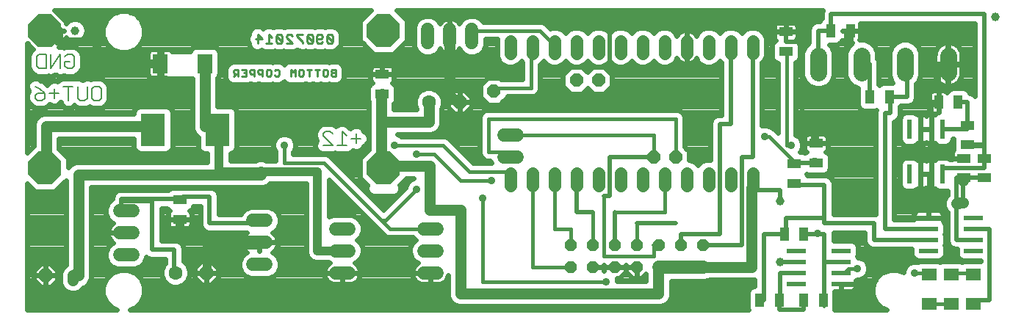
<source format=gbl>
G75*
G70*
%OFA0B0*%
%FSLAX24Y24*%
%IPPOS*%
%LPD*%
%AMOC8*
5,1,8,0,0,1.08239X$1,22.5*
%
%ADD10C,0.0100*%
%ADD11C,0.0060*%
%ADD12R,0.0866X0.0236*%
%ADD13R,0.0630X0.0411*%
%ADD14R,0.0411X0.0630*%
%ADD15R,0.0709X0.0551*%
%ADD16R,0.0236X0.0866*%
%ADD17OC8,0.0560*%
%ADD18R,0.0709X0.0866*%
%ADD19R,0.1102X0.1496*%
%ADD20OC8,0.1500*%
%ADD21C,0.0600*%
%ADD22C,0.0394*%
%ADD23C,0.0780*%
%ADD24C,0.0560*%
%ADD25OC8,0.0630*%
%ADD26C,0.0630*%
%ADD27OC8,0.0600*%
%ADD28C,0.0200*%
%ADD29C,0.0240*%
%ADD30C,0.0400*%
%ADD31C,0.0500*%
%ADD32C,0.0150*%
%ADD33C,0.0357*%
%ADD34C,0.0396*%
%ADD35C,0.0160*%
D10*
X010320Y011147D02*
X010420Y011247D01*
X010370Y011247D02*
X010520Y011247D01*
X010520Y011147D02*
X010520Y011447D01*
X010370Y011447D01*
X010320Y011397D01*
X010320Y011297D01*
X010370Y011247D01*
X010688Y011147D02*
X010888Y011147D01*
X010888Y011447D01*
X010688Y011447D01*
X010788Y011297D02*
X010888Y011297D01*
X011057Y011297D02*
X011057Y011397D01*
X011107Y011447D01*
X011257Y011447D01*
X011257Y011147D01*
X011257Y011247D02*
X011107Y011247D01*
X011057Y011297D01*
X011425Y011297D02*
X011425Y011397D01*
X011475Y011447D01*
X011625Y011447D01*
X011625Y011147D01*
X011625Y011247D02*
X011475Y011247D01*
X011425Y011297D01*
X011793Y011197D02*
X011793Y011397D01*
X011843Y011447D01*
X011943Y011447D01*
X011993Y011397D01*
X011993Y011197D01*
X011943Y011147D01*
X011843Y011147D01*
X011793Y011197D01*
X012161Y011197D02*
X012212Y011147D01*
X012312Y011147D01*
X012362Y011197D01*
X012362Y011397D01*
X012312Y011447D01*
X012212Y011447D01*
X012161Y011397D01*
X012898Y011447D02*
X012898Y011147D01*
X013098Y011147D02*
X013098Y011447D01*
X012998Y011347D01*
X012898Y011447D01*
X013266Y011397D02*
X013266Y011197D01*
X013316Y011147D01*
X013417Y011147D01*
X013467Y011197D01*
X013467Y011397D01*
X013417Y011447D01*
X013316Y011447D01*
X013266Y011397D01*
X013635Y011447D02*
X013835Y011447D01*
X013735Y011447D02*
X013735Y011147D01*
X014103Y011147D02*
X014103Y011447D01*
X014203Y011447D02*
X014003Y011447D01*
X014371Y011397D02*
X014371Y011197D01*
X014421Y011147D01*
X014521Y011147D01*
X014571Y011197D01*
X014571Y011397D01*
X014521Y011447D01*
X014421Y011447D01*
X014371Y011397D01*
X014740Y011397D02*
X014740Y011347D01*
X014790Y011297D01*
X014940Y011297D01*
X014940Y011147D02*
X014940Y011447D01*
X014790Y011447D01*
X014740Y011397D01*
X014790Y011297D02*
X014740Y011247D01*
X014740Y011197D01*
X014790Y011147D01*
X014940Y011147D01*
X014748Y012647D02*
X014815Y012713D01*
X014548Y012980D01*
X014548Y012713D01*
X014615Y012647D01*
X014748Y012647D01*
X014815Y012713D02*
X014815Y012980D01*
X014748Y013047D01*
X014615Y013047D01*
X014548Y012980D01*
X014354Y012980D02*
X014354Y012914D01*
X014288Y012847D01*
X014088Y012847D01*
X014088Y012980D02*
X014154Y013047D01*
X014288Y013047D01*
X014354Y012980D01*
X014088Y012980D02*
X014088Y012713D01*
X014154Y012647D01*
X014288Y012647D01*
X014354Y012713D01*
X013894Y012713D02*
X013827Y012647D01*
X013694Y012647D01*
X013627Y012713D01*
X013627Y012980D01*
X013894Y012713D01*
X013894Y012980D01*
X013827Y013047D01*
X013694Y013047D01*
X013627Y012980D01*
X013434Y013047D02*
X013167Y013047D01*
X013167Y012980D01*
X013434Y012713D01*
X013434Y012647D01*
X012973Y012647D02*
X012706Y012914D01*
X012706Y012980D01*
X012773Y013047D01*
X012907Y013047D01*
X012973Y012980D01*
X012513Y012980D02*
X012513Y012713D01*
X012246Y012980D01*
X012246Y012713D01*
X012313Y012647D01*
X012446Y012647D01*
X012513Y012713D01*
X012706Y012647D02*
X012973Y012647D01*
X012513Y012980D02*
X012446Y013047D01*
X012313Y013047D01*
X012246Y012980D01*
X012053Y012914D02*
X011919Y013047D01*
X011919Y012647D01*
X011786Y012647D02*
X012053Y012647D01*
X011592Y012847D02*
X011325Y012847D01*
X011392Y013047D02*
X011592Y012847D01*
X011392Y012647D02*
X011392Y013047D01*
D11*
X004308Y010586D02*
X004308Y010158D01*
X004201Y010052D01*
X003987Y010052D01*
X003881Y010158D01*
X003881Y010586D01*
X003987Y010692D01*
X004201Y010692D01*
X004308Y010586D01*
X003663Y010692D02*
X003663Y010158D01*
X003556Y010052D01*
X003343Y010052D01*
X003236Y010158D01*
X003236Y010692D01*
X003018Y010692D02*
X002591Y010692D01*
X002805Y010692D02*
X002805Y010052D01*
X002374Y010372D02*
X001947Y010372D01*
X001729Y010372D02*
X001729Y010158D01*
X001623Y010052D01*
X001409Y010052D01*
X001302Y010158D01*
X001302Y010265D01*
X001409Y010372D01*
X001729Y010372D01*
X001516Y010586D01*
X001302Y010692D01*
X002160Y010586D02*
X002160Y010158D01*
X002013Y011502D02*
X002013Y012142D01*
X001796Y012142D02*
X001476Y012142D01*
X001369Y012036D01*
X001369Y011608D01*
X001476Y011502D01*
X001796Y011502D01*
X001796Y012142D01*
X002440Y012142D02*
X002013Y011502D01*
X002440Y011502D02*
X002440Y012142D01*
X002658Y012036D02*
X002765Y012142D01*
X002978Y012142D01*
X003085Y012036D01*
X003085Y011608D01*
X002978Y011502D01*
X002765Y011502D01*
X002658Y011608D01*
X002658Y011822D01*
X002871Y011822D01*
X014369Y008536D02*
X014369Y008429D01*
X014796Y008002D01*
X014369Y008002D01*
X015013Y008002D02*
X015440Y008002D01*
X015227Y008002D02*
X015227Y008642D01*
X015440Y008429D01*
X015658Y008322D02*
X016085Y008322D01*
X015871Y008536D02*
X015871Y008108D01*
X014796Y008536D02*
X014689Y008642D01*
X014476Y008642D01*
X014369Y008536D01*
D12*
X035841Y003222D03*
X035841Y002722D03*
X035841Y002222D03*
X035841Y001722D03*
X037888Y001722D03*
X037888Y002222D03*
X037888Y002722D03*
X037888Y003222D03*
X041841Y003222D03*
X041841Y003722D03*
X041841Y004222D03*
X041841Y004722D03*
X043888Y004722D03*
X043888Y004222D03*
X043888Y003722D03*
X043888Y003222D03*
D13*
X035752Y006288D03*
X035752Y007175D03*
X036740Y007216D03*
X036740Y008103D03*
X043427Y007415D03*
X044365Y007415D03*
X043615Y008028D03*
X043615Y008915D03*
X043427Y006528D03*
X044365Y006528D03*
X035365Y012278D03*
X035365Y013165D03*
X017052Y011228D03*
X017052Y010341D03*
X007865Y005540D03*
X007865Y004653D03*
D14*
X034171Y000972D03*
X035059Y000972D03*
X036171Y000972D03*
X037059Y000972D03*
X036184Y003972D03*
X035296Y003972D03*
X042296Y009972D03*
X043184Y009972D03*
X040059Y010222D03*
X039171Y010222D03*
X038309Y013222D03*
X037421Y013222D03*
D15*
X041865Y002141D03*
X042865Y002141D03*
X043865Y002141D03*
X043865Y000802D03*
X042865Y000802D03*
X041865Y000802D03*
D16*
X041990Y006698D03*
X042490Y006698D03*
X041490Y006698D03*
X040990Y006698D03*
X040990Y008745D03*
X041490Y008745D03*
X041990Y008745D03*
X042490Y008745D03*
D17*
X031615Y003472D03*
X030615Y003472D03*
X029615Y003472D03*
X028615Y003472D03*
X027615Y003472D03*
X026615Y003472D03*
X025615Y003472D03*
X025615Y002472D03*
X026615Y002472D03*
X027615Y002472D03*
X028615Y002472D03*
X029615Y002472D03*
X030615Y002472D03*
X031615Y002472D03*
D18*
X008994Y011722D03*
X006986Y011722D03*
D19*
X006658Y008722D03*
X009571Y008722D03*
D20*
X017115Y006972D03*
X001740Y006972D03*
X001740Y013222D03*
X017115Y013222D03*
D21*
X019115Y013272D02*
X019115Y012672D01*
X020115Y012672D02*
X020115Y013272D01*
X021115Y013272D02*
X021115Y012672D01*
X022565Y008472D02*
X023165Y008472D01*
X023165Y007472D02*
X022565Y007472D01*
X019540Y004222D02*
X018940Y004222D01*
X018940Y003222D02*
X019540Y003222D01*
X019540Y002222D02*
X018940Y002222D01*
X015540Y002222D02*
X014940Y002222D01*
X014940Y003222D02*
X015540Y003222D01*
X015540Y004222D02*
X014940Y004222D01*
X011790Y004597D02*
X011190Y004597D01*
X011190Y003597D02*
X011790Y003597D01*
X011790Y002597D02*
X011190Y002597D01*
X005727Y003034D02*
X005127Y003034D01*
X005127Y004034D02*
X005727Y004034D01*
X005727Y005034D02*
X005127Y005034D01*
X029615Y002472D02*
X031615Y002472D01*
D22*
X003115Y013222D03*
X044865Y013847D03*
D23*
X042734Y012086D02*
X042734Y011306D01*
X040774Y011306D02*
X040774Y012086D01*
X038794Y012086D02*
X038794Y011306D01*
X036834Y011306D02*
X036834Y012086D01*
D24*
X033865Y012192D02*
X033865Y012752D01*
X032865Y012752D02*
X032865Y012192D01*
X031865Y012192D02*
X031865Y012752D01*
X030865Y012752D02*
X030865Y012192D01*
X029865Y012192D02*
X029865Y012752D01*
X028865Y012752D02*
X028865Y012192D01*
X027865Y012192D02*
X027865Y012752D01*
X026865Y012752D02*
X026865Y012192D01*
X025865Y012192D02*
X025865Y012752D01*
X024865Y012752D02*
X024865Y012192D01*
X023865Y012192D02*
X023865Y012752D01*
X022865Y012752D02*
X022865Y012192D01*
X022865Y006752D02*
X022865Y006192D01*
X023865Y006192D02*
X023865Y006752D01*
X024865Y006752D02*
X024865Y006192D01*
X025865Y006192D02*
X025865Y006752D01*
X026865Y006752D02*
X026865Y006192D01*
X027865Y006192D02*
X027865Y006752D01*
X028865Y006752D02*
X028865Y006192D01*
X029865Y006192D02*
X029865Y006752D01*
X030865Y006752D02*
X030865Y006192D01*
X031865Y006192D02*
X031865Y006752D01*
X032865Y006752D02*
X032865Y006192D01*
X033865Y006192D02*
X033865Y006752D01*
D25*
X020565Y009972D03*
X009065Y002222D03*
X001790Y002097D03*
D26*
X003190Y002097D03*
X007665Y002222D03*
X019165Y009972D03*
D27*
X022115Y010472D03*
X025865Y010972D03*
X026865Y010972D03*
X029365Y007472D03*
X030365Y007472D03*
D28*
X029365Y007472D02*
X027365Y007472D01*
X027365Y005722D01*
X027115Y005722D01*
X027615Y004972D02*
X027615Y003472D01*
X029365Y003472D02*
X029615Y003472D01*
X030615Y003472D02*
X030615Y003972D01*
X032365Y003972D01*
X032365Y008972D01*
X032865Y008972D01*
X032865Y012472D01*
X033865Y012472D02*
X033865Y007472D01*
X033365Y007472D01*
X033365Y003472D01*
X031615Y003472D01*
X030365Y004472D02*
X028615Y004472D01*
X026615Y004972D02*
X025865Y004972D01*
X025865Y006472D01*
X033865Y006472D02*
X033865Y005972D01*
X035115Y005972D01*
X035115Y005472D01*
X035115Y005372D01*
X035365Y004722D02*
X037115Y004722D01*
X037115Y006222D01*
X035865Y006222D01*
X035865Y007175D02*
X035865Y007222D01*
X036615Y007222D01*
X036740Y007222D01*
X036740Y007216D01*
X036740Y007222D02*
X036740Y007341D01*
X036615Y007341D01*
X036615Y007222D01*
X035865Y007175D02*
X035752Y007175D01*
X036740Y008103D02*
X036740Y008222D01*
X036615Y008222D01*
X036615Y008722D01*
X036115Y008722D01*
X036115Y010472D01*
X036115Y012722D01*
X035365Y012722D01*
X035365Y013165D01*
X035365Y013972D01*
X027365Y013972D01*
X027365Y011472D01*
X030865Y011472D01*
X030865Y012472D01*
X036115Y010472D02*
X038115Y010472D01*
X038115Y013222D01*
X038309Y013222D01*
X042734Y013222D01*
X042734Y011696D01*
X042296Y011696D01*
X042296Y009972D01*
X042296Y009847D01*
X041990Y009847D01*
X041990Y008745D01*
X041490Y008745D01*
X041990Y008745D02*
X041990Y006698D01*
X041865Y006698D01*
X041865Y006722D01*
X041865Y006698D02*
X041865Y004722D01*
X041841Y004722D01*
X041865Y004722D02*
X042615Y004722D01*
X042615Y002722D01*
X039365Y002722D01*
X039365Y001722D01*
X037888Y001722D01*
X037115Y000972D02*
X037115Y002722D01*
X037115Y003972D01*
X036815Y003972D01*
X036184Y003972D01*
X035365Y003972D02*
X035296Y003972D01*
X034365Y003972D01*
X034365Y000972D01*
X034171Y000972D01*
X035059Y000972D02*
X035115Y000972D01*
X035115Y002222D01*
X035841Y002222D01*
X035841Y002722D02*
X035115Y002722D01*
X037115Y002722D02*
X037888Y002722D01*
X039365Y003722D02*
X041841Y003722D01*
X041841Y004222D02*
X039865Y004222D01*
X039865Y009472D01*
X040115Y009472D01*
X040115Y010222D01*
X040059Y010222D01*
X040115Y010222D02*
X040865Y010222D01*
X040865Y011472D01*
X040774Y011472D01*
X040774Y011696D01*
X039171Y011696D02*
X039171Y010222D01*
X043184Y009972D02*
X043615Y009972D01*
X043615Y008915D01*
X043615Y008745D01*
X042490Y008745D01*
X043615Y008028D02*
X044365Y008028D01*
X044365Y013972D01*
X037421Y013972D01*
X037421Y013222D01*
X036834Y013222D01*
X036834Y011696D01*
X038794Y011696D02*
X039171Y011696D01*
X043615Y008028D02*
X043615Y007972D01*
X044365Y007972D01*
X044365Y007415D01*
X044365Y007415D01*
X044365Y006972D01*
X042490Y006972D01*
X042490Y006698D01*
X041990Y006698D02*
X041990Y007415D01*
X043427Y007415D01*
X041865Y006698D02*
X041490Y006698D01*
X043115Y006528D02*
X043115Y005372D01*
X043115Y003722D01*
X043888Y003722D01*
X043888Y004222D02*
X044615Y004222D01*
X044615Y000972D01*
X043865Y000972D01*
X043865Y000802D01*
X037115Y000722D02*
X037115Y000972D01*
X037059Y000972D01*
X036171Y000972D02*
X036171Y000528D01*
X035059Y000528D01*
X035059Y000972D01*
X039365Y003722D02*
X039365Y004472D01*
X037115Y004472D01*
X037115Y004722D01*
X035365Y004722D02*
X035365Y003972D01*
X043415Y005422D02*
X043415Y006422D01*
X043427Y006422D01*
X043427Y006528D01*
X044365Y006528D01*
X044365Y006528D01*
X043427Y006472D02*
X043415Y006472D01*
X011490Y004597D02*
X011490Y004472D01*
X009215Y004472D01*
X009215Y005672D01*
X008015Y005672D01*
X008015Y005540D01*
X007865Y005540D01*
X007865Y005572D01*
X005215Y005572D01*
X005215Y005472D01*
X006615Y005472D01*
X006615Y003272D01*
X007615Y003272D01*
X007615Y002222D01*
X007665Y002222D01*
X005427Y005034D02*
X005215Y005034D01*
X005215Y005472D01*
D29*
X000935Y006264D02*
X000935Y000542D01*
X005008Y000542D01*
X004788Y000633D01*
X004526Y000895D01*
X004384Y001236D01*
X004384Y001607D01*
X004526Y001948D01*
X004788Y002210D01*
X005130Y002352D01*
X005500Y002352D01*
X005842Y002210D01*
X006103Y001948D01*
X006245Y001607D01*
X006245Y001236D01*
X006103Y000895D01*
X005842Y000633D01*
X005621Y000542D01*
X033667Y000542D01*
X033646Y000593D01*
X033646Y001350D01*
X033694Y001468D01*
X033784Y001558D01*
X033902Y001607D01*
X033945Y001607D01*
X033945Y001909D01*
X033928Y001902D01*
X033701Y001902D01*
X031893Y001902D01*
X031863Y001872D01*
X031786Y001872D01*
X031738Y001852D01*
X030160Y001852D01*
X030160Y001158D01*
X030073Y000949D01*
X029913Y000789D01*
X029703Y000702D01*
X029476Y000702D01*
X020501Y000702D01*
X020292Y000789D01*
X020132Y000949D01*
X020045Y001158D01*
X020045Y001385D01*
X020045Y002093D01*
X020022Y002022D01*
X019985Y001949D01*
X019936Y001883D01*
X019879Y001825D01*
X019812Y001777D01*
X019739Y001740D01*
X019662Y001715D01*
X019581Y001702D01*
X019240Y001702D01*
X019240Y002221D01*
X019240Y002221D01*
X019240Y001702D01*
X018899Y001702D01*
X018818Y001715D01*
X018740Y001740D01*
X018667Y001777D01*
X018601Y001825D01*
X018543Y001883D01*
X018495Y001949D01*
X018458Y002022D01*
X018433Y002100D01*
X018420Y002181D01*
X018420Y002221D01*
X019239Y002221D01*
X019239Y002222D01*
X018420Y002222D01*
X018420Y002263D01*
X018433Y002344D01*
X018458Y002421D01*
X018495Y002494D01*
X018543Y002560D01*
X018601Y002618D01*
X018665Y002665D01*
X018589Y002696D01*
X018414Y002871D01*
X018320Y003098D01*
X018320Y003345D01*
X018414Y003573D01*
X018563Y003722D01*
X018458Y003827D01*
X017336Y003827D01*
X017191Y003887D01*
X017080Y003998D01*
X016791Y004287D01*
X016680Y004398D01*
X014635Y006443D01*
X014635Y004766D01*
X014816Y004842D01*
X015663Y004842D01*
X015891Y004747D01*
X016065Y004573D01*
X016160Y004345D01*
X016160Y004098D01*
X016065Y003871D01*
X015917Y003722D01*
X016065Y003573D01*
X016160Y003345D01*
X016160Y003098D01*
X016065Y002871D01*
X015891Y002696D01*
X015815Y002665D01*
X015879Y002618D01*
X015936Y002560D01*
X015985Y002494D01*
X016022Y002421D01*
X016047Y002344D01*
X016060Y002263D01*
X016060Y002222D01*
X015240Y002222D01*
X015240Y002221D01*
X015240Y001702D01*
X015581Y001702D01*
X015662Y001715D01*
X015739Y001740D01*
X015812Y001777D01*
X015879Y001825D01*
X015936Y001883D01*
X015985Y001949D01*
X016022Y002022D01*
X016047Y002100D01*
X016060Y002181D01*
X016060Y002221D01*
X015240Y002221D01*
X015240Y002221D01*
X015240Y001702D01*
X014899Y001702D01*
X014818Y001715D01*
X014740Y001740D01*
X014667Y001777D01*
X014601Y001825D01*
X014543Y001883D01*
X014495Y001949D01*
X014458Y002022D01*
X014433Y002100D01*
X014420Y002181D01*
X014420Y002221D01*
X015239Y002221D01*
X015239Y002222D01*
X014420Y002222D01*
X014420Y002263D01*
X014433Y002344D01*
X014458Y002421D01*
X014495Y002494D01*
X014543Y002560D01*
X014601Y002618D01*
X014665Y002665D01*
X014589Y002696D01*
X014583Y002702D01*
X014011Y002702D01*
X013820Y002781D01*
X013674Y002927D01*
X013595Y003118D01*
X013595Y003325D01*
X013595Y006277D01*
X011951Y006277D01*
X011863Y006189D01*
X011653Y006102D01*
X011426Y006102D01*
X003835Y006102D01*
X003835Y002210D01*
X003835Y001983D01*
X003748Y001774D01*
X003740Y001766D01*
X003728Y001737D01*
X003549Y001558D01*
X003478Y001529D01*
X003338Y001389D01*
X003128Y001302D01*
X002901Y001302D01*
X002692Y001389D01*
X002532Y001549D01*
X002445Y001758D01*
X002445Y002210D01*
X002532Y002420D01*
X002692Y002580D01*
X002695Y002581D01*
X002695Y006414D01*
X002183Y005902D01*
X001297Y005902D01*
X000935Y006264D01*
X000935Y006185D02*
X001013Y006185D01*
X000935Y005947D02*
X001252Y005947D01*
X000935Y005708D02*
X002695Y005708D01*
X002695Y005470D02*
X000935Y005470D01*
X000935Y005231D02*
X002695Y005231D01*
X002695Y004993D02*
X000935Y004993D01*
X000935Y004754D02*
X002695Y004754D01*
X002695Y004516D02*
X000935Y004516D01*
X000935Y004277D02*
X002695Y004277D01*
X002695Y004038D02*
X000935Y004038D01*
X000935Y003800D02*
X002695Y003800D01*
X002695Y003561D02*
X000935Y003561D01*
X000935Y003323D02*
X002695Y003323D01*
X002695Y003084D02*
X000935Y003084D01*
X000935Y002846D02*
X002695Y002846D01*
X002695Y002607D02*
X002036Y002607D01*
X002011Y002632D02*
X001790Y002632D01*
X001790Y002097D01*
X001790Y002097D01*
X002325Y002097D01*
X002325Y002318D01*
X002011Y002632D01*
X001790Y002632D02*
X001568Y002632D01*
X001255Y002318D01*
X001255Y002097D01*
X001789Y002097D01*
X001789Y002096D01*
X001255Y002096D01*
X001255Y001875D01*
X001568Y001562D01*
X001790Y001562D01*
X002011Y001562D01*
X002325Y001875D01*
X002325Y002096D01*
X001790Y002096D01*
X001790Y001562D01*
X001790Y002096D01*
X001790Y002096D01*
X001790Y002097D01*
X001790Y002632D01*
X001790Y002607D02*
X001790Y002607D01*
X001544Y002607D02*
X000935Y002607D01*
X000935Y002369D02*
X001305Y002369D01*
X001255Y002130D02*
X000935Y002130D01*
X001790Y002130D02*
X001790Y002130D01*
X001790Y002369D02*
X001790Y002369D01*
X002274Y002369D02*
X002510Y002369D01*
X002445Y002130D02*
X002325Y002130D01*
X002325Y001892D02*
X002445Y001892D01*
X002488Y001653D02*
X002103Y001653D01*
X001790Y001653D02*
X001790Y001653D01*
X001477Y001653D02*
X000935Y001653D01*
X000935Y001414D02*
X002666Y001414D01*
X003364Y001414D02*
X004384Y001414D01*
X004404Y001653D02*
X003644Y001653D01*
X003797Y001892D02*
X004502Y001892D01*
X004708Y002130D02*
X003835Y002130D01*
X003835Y002369D02*
X007038Y002369D01*
X007030Y002348D02*
X007030Y002095D01*
X007126Y001862D01*
X007305Y001683D01*
X007538Y001587D01*
X007791Y001587D01*
X008024Y001683D01*
X008203Y001862D01*
X008300Y002095D01*
X008300Y002348D01*
X008203Y002581D01*
X008035Y002750D01*
X008035Y003355D01*
X007971Y003510D01*
X007853Y003628D01*
X007698Y003692D01*
X007531Y003692D01*
X007035Y003692D01*
X007035Y005152D01*
X007280Y005152D01*
X007369Y005064D01*
X007425Y005040D01*
X007415Y005035D01*
X007374Y004994D01*
X007345Y004943D01*
X007330Y004887D01*
X007330Y004653D01*
X007330Y004419D01*
X007345Y004363D01*
X007374Y004312D01*
X007415Y004271D01*
X007465Y004243D01*
X007521Y004228D01*
X007865Y004228D01*
X008209Y004228D01*
X008265Y004243D01*
X008315Y004271D01*
X008356Y004312D01*
X008385Y004363D01*
X008400Y004419D01*
X008400Y004653D01*
X008400Y004887D01*
X008385Y004943D01*
X008356Y004994D01*
X008315Y005035D01*
X008305Y005040D01*
X008361Y005064D01*
X008451Y005154D01*
X008492Y005252D01*
X008795Y005252D01*
X008795Y004555D01*
X008795Y004388D01*
X008859Y004234D01*
X008977Y004116D01*
X009131Y004052D01*
X010885Y004052D01*
X010915Y004040D01*
X010851Y003993D01*
X010793Y003935D01*
X010745Y003869D01*
X010708Y003796D01*
X010683Y003719D01*
X010670Y003638D01*
X010670Y003597D01*
X011489Y003597D01*
X011489Y003596D01*
X010670Y003596D01*
X010670Y003556D01*
X010683Y003475D01*
X010708Y003397D01*
X010745Y003324D01*
X010793Y003258D01*
X010851Y003200D01*
X010915Y003154D01*
X010839Y003122D01*
X010664Y002948D01*
X010570Y002720D01*
X010570Y002473D01*
X010664Y002246D01*
X010839Y002071D01*
X011066Y001977D01*
X011913Y001977D01*
X012141Y002071D01*
X012315Y002246D01*
X012410Y002473D01*
X012410Y002720D01*
X012315Y002948D01*
X012141Y003122D01*
X012065Y003154D01*
X012129Y003200D01*
X012186Y003258D01*
X012235Y003324D01*
X012272Y003397D01*
X012297Y003475D01*
X012310Y003556D01*
X012310Y003596D01*
X011490Y003596D01*
X011490Y003217D01*
X011490Y003217D01*
X011490Y003596D01*
X011490Y003596D01*
X011490Y003597D01*
X012310Y003597D01*
X012310Y003638D01*
X012297Y003719D01*
X012272Y003796D01*
X012235Y003869D01*
X012186Y003935D01*
X012129Y003993D01*
X012065Y004040D01*
X012141Y004071D01*
X012315Y004246D01*
X012410Y004473D01*
X012410Y004720D01*
X012315Y004948D01*
X012141Y005122D01*
X011913Y005217D01*
X011066Y005217D01*
X010839Y005122D01*
X010664Y004948D01*
X010641Y004892D01*
X009635Y004892D01*
X009635Y005755D01*
X009571Y005910D01*
X009453Y006028D01*
X009298Y006092D01*
X009131Y006092D01*
X008098Y006092D01*
X007931Y006092D01*
X007869Y006066D01*
X007486Y006066D01*
X007369Y006017D01*
X007343Y005992D01*
X005298Y005992D01*
X005131Y005992D01*
X004977Y005928D01*
X004859Y005810D01*
X004795Y005655D01*
X004795Y005568D01*
X004776Y005560D01*
X004602Y005385D01*
X004507Y005158D01*
X004507Y004911D01*
X004602Y004683D01*
X004776Y004509D01*
X004852Y004477D01*
X004789Y004431D01*
X004731Y004373D01*
X004683Y004307D01*
X004645Y004234D01*
X004620Y004156D01*
X004607Y004075D01*
X004607Y004034D01*
X004607Y003993D01*
X004620Y003912D01*
X004645Y003835D01*
X004683Y003762D01*
X004731Y003695D01*
X004789Y003638D01*
X004852Y003591D01*
X004776Y003560D01*
X004602Y003385D01*
X004507Y003158D01*
X004507Y002911D01*
X004602Y002683D01*
X004776Y002509D01*
X005004Y002414D01*
X005851Y002414D01*
X006079Y002509D01*
X006253Y002683D01*
X006347Y002911D01*
X006347Y002945D01*
X006377Y002916D01*
X006531Y002852D01*
X006698Y002852D01*
X007195Y002852D01*
X007195Y002650D01*
X007126Y002581D01*
X007030Y002348D01*
X007030Y002130D02*
X005922Y002130D01*
X006127Y001892D02*
X007114Y001892D01*
X007378Y001653D02*
X006226Y001653D01*
X006245Y001414D02*
X020045Y001414D01*
X020045Y001653D02*
X007951Y001653D01*
X008215Y001892D02*
X008638Y001892D01*
X008530Y002000D02*
X008843Y001687D01*
X009065Y001687D01*
X009286Y001687D01*
X009600Y002000D01*
X009600Y002221D01*
X009065Y002221D01*
X009065Y001687D01*
X009065Y002221D01*
X009065Y002221D01*
X009065Y002222D01*
X009065Y002222D01*
X009065Y002757D01*
X009286Y002757D01*
X009600Y002443D01*
X009600Y002222D01*
X009065Y002222D01*
X009065Y002757D01*
X008843Y002757D01*
X008530Y002443D01*
X008530Y002222D01*
X009064Y002222D01*
X009064Y002221D01*
X008530Y002221D01*
X008530Y002000D01*
X008530Y002130D02*
X008300Y002130D01*
X008291Y002369D02*
X008530Y002369D01*
X009065Y002369D02*
X009065Y002369D01*
X009065Y002130D02*
X009065Y002130D01*
X009065Y001892D02*
X009065Y001892D01*
X009491Y001892D02*
X014537Y001892D01*
X014428Y002130D02*
X012200Y002130D01*
X012366Y002369D02*
X014441Y002369D01*
X014590Y002607D02*
X012410Y002607D01*
X012358Y002846D02*
X013755Y002846D01*
X013609Y003084D02*
X012179Y003084D01*
X012234Y003323D02*
X013595Y003323D01*
X013595Y003561D02*
X012310Y003561D01*
X011490Y003561D02*
X011490Y003561D01*
X011490Y003323D02*
X011490Y003323D01*
X010801Y003084D02*
X008035Y003084D01*
X008035Y002846D02*
X010622Y002846D01*
X010570Y002607D02*
X009436Y002607D01*
X009065Y002607D02*
X009065Y002607D01*
X008694Y002607D02*
X008177Y002607D01*
X007195Y002846D02*
X006320Y002846D01*
X006177Y002607D02*
X007152Y002607D01*
X008035Y003323D02*
X010746Y003323D01*
X010670Y003561D02*
X007919Y003561D01*
X007035Y003800D02*
X010710Y003800D01*
X010913Y004038D02*
X007035Y004038D01*
X007035Y004277D02*
X007409Y004277D01*
X007330Y004516D02*
X007035Y004516D01*
X007330Y004653D02*
X007864Y004653D01*
X007864Y004653D01*
X007330Y004653D01*
X007330Y004754D02*
X007035Y004754D01*
X007035Y004993D02*
X007373Y004993D01*
X008356Y004993D02*
X008795Y004993D01*
X008795Y005231D02*
X008483Y005231D01*
X008400Y004754D02*
X008795Y004754D01*
X008400Y004653D02*
X007865Y004653D01*
X007865Y004653D01*
X008400Y004653D01*
X008400Y004516D02*
X008795Y004516D01*
X008841Y004277D02*
X008320Y004277D01*
X007865Y004277D02*
X007865Y004277D01*
X007865Y004228D02*
X007865Y004653D01*
X007865Y004653D01*
X007865Y004228D01*
X007865Y004516D02*
X007865Y004516D01*
X009635Y004993D02*
X010709Y004993D01*
X009635Y005231D02*
X013595Y005231D01*
X013595Y004993D02*
X012271Y004993D01*
X012396Y004754D02*
X013595Y004754D01*
X013595Y004516D02*
X012410Y004516D01*
X012328Y004277D02*
X013595Y004277D01*
X013595Y004038D02*
X012066Y004038D01*
X012270Y003800D02*
X013595Y003800D01*
X015995Y003800D02*
X018485Y003800D01*
X018409Y003561D02*
X016070Y003561D01*
X016160Y003323D02*
X018320Y003323D01*
X018326Y003084D02*
X016154Y003084D01*
X016041Y002846D02*
X018439Y002846D01*
X018590Y002607D02*
X015890Y002607D01*
X016039Y002369D02*
X018441Y002369D01*
X018428Y002130D02*
X016052Y002130D01*
X015943Y001892D02*
X018537Y001892D01*
X019240Y001892D02*
X019240Y001892D01*
X019943Y001892D02*
X020045Y001892D01*
X019240Y002130D02*
X019240Y002130D01*
X020045Y001176D02*
X006220Y001176D01*
X006121Y000937D02*
X020143Y000937D01*
X015240Y001892D02*
X015240Y001892D01*
X015240Y002130D02*
X015240Y002130D01*
X010780Y002130D02*
X009600Y002130D01*
X009600Y002369D02*
X010613Y002369D01*
X005907Y000699D02*
X033646Y000699D01*
X033646Y000937D02*
X030062Y000937D01*
X030160Y001176D02*
X033646Y001176D01*
X033672Y001414D02*
X030160Y001414D01*
X030160Y001653D02*
X033945Y001653D01*
X033945Y001892D02*
X031883Y001892D01*
X029020Y001892D02*
X027713Y001892D01*
X027713Y001921D02*
X027692Y001972D01*
X027822Y001972D01*
X028115Y002265D01*
X028408Y001972D01*
X028615Y001972D01*
X028822Y001972D01*
X029020Y002170D01*
X029020Y001842D01*
X027713Y001842D01*
X027713Y001921D01*
X027980Y002130D02*
X028249Y002130D01*
X028115Y002265D02*
X028115Y002471D01*
X028614Y002471D01*
X028614Y002472D01*
X028115Y002472D01*
X028115Y002572D01*
X028115Y002572D01*
X028115Y002472D01*
X027615Y002472D01*
X027615Y002471D01*
X028115Y002471D01*
X028115Y002265D01*
X028115Y002369D02*
X028115Y002369D01*
X028615Y002369D02*
X028615Y002369D01*
X028615Y002471D02*
X028615Y001972D01*
X028615Y002471D01*
X028615Y002471D01*
X028615Y002130D02*
X028615Y002130D01*
X028980Y002130D02*
X029020Y002130D01*
X027614Y002471D02*
X027115Y002471D01*
X027115Y002320D01*
X027115Y002320D01*
X027115Y002471D01*
X026615Y002471D01*
X026615Y002472D01*
X027115Y002472D01*
X027614Y002472D01*
X027614Y002471D01*
X027115Y002472D02*
X027115Y002572D01*
X027115Y002572D01*
X027115Y002472D01*
X027115Y002369D02*
X027115Y002369D01*
X017504Y005470D02*
X016725Y005470D01*
X016614Y005714D02*
X017616Y005714D01*
X017734Y005763D01*
X017824Y005853D01*
X017872Y005971D01*
X017872Y006160D01*
X017856Y006200D01*
X018158Y006502D01*
X018471Y006502D01*
X018332Y006444D01*
X018192Y006304D01*
X018116Y006121D01*
X018116Y006082D01*
X017115Y005080D01*
X014639Y007557D01*
X014493Y007617D01*
X014336Y007617D01*
X013010Y007617D01*
X013010Y007712D01*
X013037Y007739D01*
X013113Y007923D01*
X013113Y008121D01*
X013037Y008304D01*
X012897Y008444D01*
X012714Y008520D01*
X012516Y008520D01*
X012332Y008444D01*
X012192Y008304D01*
X012116Y008121D01*
X012116Y007923D01*
X012192Y007739D01*
X012220Y007712D01*
X012220Y007317D01*
X011774Y007317D01*
X011653Y007367D01*
X011426Y007367D01*
X011306Y007317D01*
X010160Y007317D01*
X010160Y007654D01*
X010186Y007654D01*
X010304Y007702D01*
X010394Y007792D01*
X010443Y007910D01*
X010443Y009533D01*
X010394Y009651D01*
X010304Y009741D01*
X010186Y009790D01*
X009585Y009790D01*
X009585Y011073D01*
X009619Y011107D01*
X009668Y011225D01*
X009668Y012218D01*
X009619Y012336D01*
X009529Y012426D01*
X009412Y012475D01*
X008576Y012475D01*
X008458Y012426D01*
X008368Y012336D01*
X008350Y012292D01*
X007514Y012292D01*
X007475Y012331D01*
X007425Y012360D01*
X007369Y012375D01*
X007043Y012375D01*
X007043Y011779D01*
X006929Y011779D01*
X006929Y012375D01*
X006603Y012375D01*
X006547Y012360D01*
X006496Y012331D01*
X006455Y012290D01*
X006427Y012240D01*
X006412Y012184D01*
X006412Y011779D01*
X006928Y011779D01*
X006928Y011664D01*
X006412Y011664D01*
X006412Y011260D01*
X006427Y011204D01*
X006455Y011154D01*
X006496Y011113D01*
X006547Y011084D01*
X006603Y011069D01*
X006929Y011069D01*
X006929Y011664D01*
X007043Y011664D01*
X007043Y011069D01*
X007200Y011069D01*
X007301Y011027D01*
X008445Y011027D01*
X008445Y008985D01*
X008445Y008758D01*
X008532Y008549D01*
X008692Y008389D01*
X008700Y008385D01*
X008700Y007910D01*
X008749Y007792D01*
X008839Y007702D01*
X008957Y007654D01*
X009120Y007654D01*
X009120Y007242D01*
X003151Y007242D01*
X002942Y007155D01*
X002810Y007023D01*
X002810Y007415D01*
X002372Y007852D01*
X002372Y008314D01*
X005787Y008314D01*
X005787Y007910D01*
X005836Y007792D01*
X005926Y007702D01*
X006043Y007654D01*
X007273Y007654D01*
X007391Y007702D01*
X007481Y007792D01*
X007529Y007910D01*
X007529Y009533D01*
X007481Y009651D01*
X007391Y009741D01*
X007273Y009790D01*
X006043Y009790D01*
X005926Y009741D01*
X005836Y009651D01*
X005787Y009533D01*
X005787Y009454D01*
X001916Y009454D01*
X001689Y009454D01*
X001479Y009367D01*
X001319Y009207D01*
X001232Y008998D01*
X001232Y007977D01*
X000935Y007680D01*
X000935Y012655D01*
X001214Y012376D01*
X001072Y012234D01*
X001072Y012234D01*
X001064Y012213D01*
X001019Y012105D01*
X001019Y011966D01*
X001019Y011539D01*
X001019Y011539D01*
X001062Y011434D01*
X001072Y011410D01*
X001277Y011205D01*
X001332Y011182D01*
X001406Y011152D01*
X001545Y011152D01*
X001865Y011152D01*
X001902Y011167D01*
X001911Y011165D01*
X001944Y011152D01*
X001979Y011152D01*
X002014Y011145D01*
X002048Y011152D01*
X002083Y011152D01*
X002115Y011165D01*
X002150Y011172D01*
X002179Y011192D01*
X002211Y011205D01*
X002227Y011220D01*
X002242Y011205D01*
X002371Y011152D01*
X002510Y011152D01*
X002602Y011190D01*
X002621Y011182D01*
X002695Y011152D01*
X002834Y011152D01*
X003048Y011152D01*
X003176Y011205D01*
X003275Y011303D01*
X003381Y011410D01*
X003435Y011539D01*
X003435Y011678D01*
X003435Y012105D01*
X003381Y012234D01*
X003283Y012332D01*
X003176Y012439D01*
X003048Y012492D01*
X002908Y012492D01*
X002695Y012492D01*
X002619Y012461D01*
X002603Y012454D01*
X002576Y012472D01*
X002542Y012479D01*
X002510Y012492D01*
X002475Y012492D01*
X002440Y012499D01*
X002406Y012492D01*
X002382Y012492D01*
X002710Y012820D01*
X002710Y012896D01*
X002822Y012784D01*
X003012Y012705D01*
X003218Y012705D01*
X003408Y012784D01*
X003553Y012929D01*
X003632Y013119D01*
X003632Y013325D01*
X003553Y013514D01*
X003408Y013660D01*
X003218Y013739D01*
X003012Y013739D01*
X002822Y013660D01*
X002710Y013548D01*
X002710Y013623D01*
X002181Y014152D01*
X016532Y014152D01*
X016045Y013665D01*
X016045Y012779D01*
X016672Y012152D01*
X017558Y012152D01*
X018185Y012779D01*
X018185Y013665D01*
X017698Y014152D01*
X037041Y014152D01*
X037001Y014055D01*
X037001Y013775D01*
X036944Y013718D01*
X036913Y013642D01*
X036751Y013642D01*
X036596Y013578D01*
X036478Y013460D01*
X036414Y013305D01*
X036414Y012670D01*
X036232Y012488D01*
X036124Y012227D01*
X036124Y011165D01*
X036232Y010904D01*
X036432Y010704D01*
X036693Y010596D01*
X036975Y010596D01*
X037236Y010704D01*
X037436Y010904D01*
X037544Y011165D01*
X037544Y012227D01*
X037436Y012488D01*
X037338Y012587D01*
X037690Y012587D01*
X037808Y012635D01*
X037898Y012725D01*
X037921Y012782D01*
X037927Y012772D01*
X037968Y012731D01*
X038018Y012702D01*
X038074Y012687D01*
X038308Y012687D01*
X038308Y013221D01*
X038309Y013221D01*
X038309Y012687D01*
X038391Y012687D01*
X038192Y012488D01*
X038084Y012227D01*
X038084Y011165D01*
X038192Y010904D01*
X038392Y010704D01*
X038646Y010599D01*
X038646Y009843D01*
X038694Y009725D01*
X038784Y009635D01*
X038902Y009587D01*
X039440Y009587D01*
X039461Y009596D01*
X039445Y009555D01*
X039445Y009388D01*
X039445Y004892D01*
X039281Y004892D01*
X037535Y004892D01*
X037535Y006138D01*
X037535Y006305D01*
X037471Y006460D01*
X037353Y006578D01*
X037198Y006642D01*
X036352Y006642D01*
X036338Y006674D01*
X036295Y006717D01*
X036361Y006690D01*
X037118Y006690D01*
X037236Y006739D01*
X037326Y006829D01*
X037375Y006946D01*
X037375Y007485D01*
X037326Y007602D01*
X037236Y007692D01*
X037180Y007716D01*
X037190Y007721D01*
X037231Y007762D01*
X037260Y007813D01*
X037275Y007868D01*
X037275Y008103D01*
X037275Y008337D01*
X037260Y008393D01*
X037231Y008443D01*
X037190Y008484D01*
X037140Y008513D01*
X037084Y008528D01*
X036740Y008528D01*
X036740Y008103D01*
X037275Y008103D01*
X036740Y008103D01*
X036740Y008103D01*
X036740Y008103D01*
X036740Y008528D01*
X036396Y008528D01*
X036340Y008513D01*
X036290Y008484D01*
X036249Y008443D01*
X036220Y008393D01*
X036205Y008337D01*
X036205Y008103D01*
X036739Y008103D01*
X036739Y008103D01*
X036205Y008103D01*
X036205Y007868D01*
X036220Y007813D01*
X036249Y007762D01*
X036290Y007721D01*
X036300Y007716D01*
X036244Y007692D01*
X036216Y007665D01*
X036131Y007701D01*
X035998Y007701D01*
X036037Y007739D01*
X036113Y007923D01*
X036113Y008121D01*
X036037Y008304D01*
X035897Y008444D01*
X035810Y008480D01*
X035810Y011780D01*
X035861Y011801D01*
X035951Y011891D01*
X036000Y012009D01*
X036000Y012547D01*
X035951Y012665D01*
X035861Y012755D01*
X035805Y012778D01*
X035815Y012784D01*
X035856Y012825D01*
X035885Y012875D01*
X035900Y012931D01*
X035900Y013165D01*
X035365Y013165D01*
X035365Y013166D01*
X035365Y013166D01*
X035365Y013591D01*
X035709Y013591D01*
X035765Y013576D01*
X035815Y013547D01*
X035856Y013506D01*
X035885Y013456D01*
X035900Y013400D01*
X035900Y013166D01*
X035365Y013166D01*
X035365Y013591D01*
X035021Y013591D01*
X034965Y013576D01*
X034915Y013547D01*
X034874Y013506D01*
X034845Y013456D01*
X034830Y013400D01*
X034830Y013166D01*
X035364Y013166D01*
X035364Y013165D01*
X034830Y013165D01*
X034830Y012931D01*
X034845Y012875D01*
X034874Y012825D01*
X034915Y012784D01*
X034925Y012778D01*
X034869Y012755D01*
X034779Y012665D01*
X034730Y012547D01*
X034730Y012009D01*
X034779Y011891D01*
X034869Y011801D01*
X034986Y011753D01*
X035020Y011753D01*
X035020Y008575D01*
X034950Y008645D01*
X034839Y008757D01*
X034747Y008795D01*
X034697Y008844D01*
X034514Y008920D01*
X034316Y008920D01*
X034285Y008907D01*
X034285Y011763D01*
X034373Y011852D01*
X034465Y012072D01*
X034465Y012871D01*
X034373Y013092D01*
X034205Y013260D01*
X033984Y013352D01*
X033745Y013352D01*
X033525Y013260D01*
X033365Y013100D01*
X033205Y013260D01*
X032984Y013352D01*
X032745Y013352D01*
X032525Y013260D01*
X032365Y013100D01*
X032205Y013260D01*
X031984Y013352D01*
X031745Y013352D01*
X031525Y013260D01*
X031356Y013092D01*
X031310Y012980D01*
X031292Y013014D01*
X031246Y013077D01*
X031191Y013133D01*
X031127Y013179D01*
X031057Y013215D01*
X030982Y013239D01*
X030904Y013252D01*
X030865Y013252D01*
X030865Y012472D01*
X030865Y012472D01*
X030865Y013252D01*
X030825Y013252D01*
X030748Y013239D01*
X030673Y013215D01*
X030603Y013179D01*
X030539Y013133D01*
X030483Y013077D01*
X030437Y013014D01*
X030420Y012980D01*
X030373Y013092D01*
X030205Y013260D01*
X029984Y013352D01*
X029745Y013352D01*
X029525Y013260D01*
X029365Y013100D01*
X029205Y013260D01*
X028984Y013352D01*
X028745Y013352D01*
X028525Y013260D01*
X028365Y013100D01*
X028205Y013260D01*
X027984Y013352D01*
X027745Y013352D01*
X027525Y013260D01*
X027365Y013100D01*
X027205Y013260D01*
X026984Y013352D01*
X026745Y013352D01*
X026525Y013260D01*
X026365Y013100D01*
X026205Y013260D01*
X025984Y013352D01*
X025745Y013352D01*
X025525Y013260D01*
X025365Y013100D01*
X025205Y013260D01*
X024984Y013352D01*
X024745Y013352D01*
X024673Y013322D01*
X024550Y013445D01*
X024439Y013557D01*
X024293Y013617D01*
X021643Y013617D01*
X021640Y013623D01*
X021466Y013797D01*
X021238Y013892D01*
X020991Y013892D01*
X020764Y013797D01*
X020589Y013623D01*
X020558Y013547D01*
X020511Y013610D01*
X020454Y013668D01*
X020387Y013716D01*
X020314Y013754D01*
X020237Y013779D01*
X020156Y013792D01*
X020115Y013792D01*
X020115Y012972D01*
X020115Y012972D01*
X020115Y013792D01*
X020074Y013792D01*
X019993Y013779D01*
X019915Y013754D01*
X019842Y013716D01*
X019776Y013668D01*
X019718Y013610D01*
X019672Y013547D01*
X019640Y013623D01*
X019466Y013797D01*
X019238Y013892D01*
X018991Y013892D01*
X018764Y013797D01*
X018589Y013623D01*
X018495Y013395D01*
X018495Y012548D01*
X018589Y012321D01*
X018764Y012146D01*
X018991Y012052D01*
X019238Y012052D01*
X019466Y012146D01*
X019640Y012321D01*
X019672Y012397D01*
X019718Y012333D01*
X019776Y012275D01*
X019842Y012227D01*
X019915Y012190D01*
X019993Y012165D01*
X020074Y012152D01*
X020115Y012152D01*
X020156Y012152D01*
X020237Y012165D01*
X020314Y012190D01*
X020387Y012227D01*
X020454Y012275D01*
X020511Y012333D01*
X020558Y012397D01*
X020589Y012321D01*
X020764Y012146D01*
X020991Y012052D01*
X021238Y012052D01*
X021466Y012146D01*
X021640Y012321D01*
X021735Y012548D01*
X021735Y012827D01*
X022265Y012827D01*
X022265Y012072D01*
X022356Y011852D01*
X022525Y011683D01*
X022745Y011592D01*
X022984Y011592D01*
X023205Y011683D01*
X023365Y011843D01*
X023420Y011788D01*
X023420Y011017D01*
X022447Y011017D01*
X022372Y011092D01*
X021858Y011092D01*
X021495Y010729D01*
X021495Y010215D01*
X021858Y009852D01*
X022372Y009852D01*
X022735Y010215D01*
X022735Y010227D01*
X023893Y010227D01*
X024039Y010287D01*
X024150Y010398D01*
X024210Y010543D01*
X024210Y010700D01*
X024210Y011688D01*
X024365Y011843D01*
X024525Y011683D01*
X024745Y011592D01*
X024984Y011592D01*
X025205Y011683D01*
X025365Y011843D01*
X025525Y011683D01*
X025745Y011592D01*
X025984Y011592D01*
X026205Y011683D01*
X026365Y011843D01*
X026525Y011683D01*
X026745Y011592D01*
X026984Y011592D01*
X027205Y011683D01*
X027365Y011843D01*
X027525Y011683D01*
X027745Y011592D01*
X027984Y011592D01*
X028205Y011683D01*
X028365Y011843D01*
X028525Y011683D01*
X028745Y011592D01*
X028984Y011592D01*
X029205Y011683D01*
X029365Y011843D01*
X029525Y011683D01*
X029745Y011592D01*
X029984Y011592D01*
X030205Y011683D01*
X030373Y011852D01*
X030420Y011964D01*
X030437Y011930D01*
X030483Y011866D01*
X030539Y011810D01*
X030603Y011764D01*
X030673Y011728D01*
X030748Y011704D01*
X030825Y011692D01*
X030865Y011692D01*
X030904Y011692D01*
X030982Y011704D01*
X031057Y011728D01*
X031127Y011764D01*
X031191Y011810D01*
X031246Y011866D01*
X031292Y011930D01*
X031310Y011964D01*
X031356Y011852D01*
X031525Y011683D01*
X031745Y011592D01*
X031984Y011592D01*
X032205Y011683D01*
X032365Y011843D01*
X032445Y011763D01*
X032445Y009392D01*
X032281Y009392D01*
X032127Y009328D01*
X032009Y009210D01*
X031945Y009055D01*
X031945Y007352D01*
X031745Y007352D01*
X031525Y007260D01*
X031365Y007100D01*
X031205Y007260D01*
X030985Y007351D01*
X030985Y007729D01*
X030765Y007949D01*
X030765Y009301D01*
X030704Y009448D01*
X030591Y009561D01*
X030444Y009622D01*
X030285Y009622D01*
X021944Y009622D01*
X021785Y009622D01*
X021638Y009561D01*
X021526Y009448D01*
X021465Y009301D01*
X021465Y007642D01*
X021526Y007495D01*
X021638Y007383D01*
X021785Y007322D01*
X021944Y007322D01*
X021956Y007322D01*
X021999Y007217D01*
X021178Y007217D01*
X020150Y008245D01*
X020039Y008357D01*
X019893Y008417D01*
X017925Y008417D01*
X017897Y008444D01*
X017758Y008502D01*
X019278Y008502D01*
X019488Y008589D01*
X019648Y008749D01*
X019735Y008958D01*
X019735Y009185D01*
X019735Y009688D01*
X019800Y009845D01*
X019800Y010098D01*
X019703Y010331D01*
X019524Y010510D01*
X019291Y010607D01*
X019038Y010607D01*
X018805Y010510D01*
X018626Y010331D01*
X018530Y010098D01*
X018530Y009845D01*
X018595Y009688D01*
X018595Y009642D01*
X017585Y009642D01*
X017585Y009900D01*
X017639Y009954D01*
X017687Y010071D01*
X017687Y010610D01*
X017639Y010727D01*
X017549Y010817D01*
X017492Y010841D01*
X017502Y010846D01*
X017543Y010887D01*
X017572Y010938D01*
X017587Y010993D01*
X017587Y011228D01*
X017587Y011462D01*
X017572Y011518D01*
X017543Y011568D01*
X017502Y011609D01*
X017452Y011638D01*
X017396Y011653D01*
X017052Y011653D01*
X016708Y011653D01*
X016652Y011638D01*
X016602Y011609D01*
X016561Y011568D01*
X016532Y011518D01*
X016517Y011462D01*
X016517Y011228D01*
X017052Y011228D01*
X017052Y011228D01*
X016517Y011228D01*
X016517Y010993D01*
X016532Y010938D01*
X016561Y010887D01*
X016602Y010846D01*
X016612Y010841D01*
X016556Y010817D01*
X016466Y010727D01*
X016417Y010610D01*
X016417Y010071D01*
X016445Y010005D01*
X016445Y008958D01*
X016445Y007815D01*
X016045Y007415D01*
X016045Y006529D01*
X016374Y006200D01*
X016357Y006160D01*
X016357Y005971D01*
X016406Y005853D01*
X016496Y005763D01*
X016614Y005714D01*
X016487Y005708D02*
X017743Y005708D01*
X017862Y005947D02*
X017981Y005947D01*
X017862Y006185D02*
X018143Y006185D01*
X018080Y006424D02*
X018312Y006424D01*
X016368Y006185D02*
X016010Y006185D01*
X016248Y005947D02*
X016367Y005947D01*
X015370Y005708D02*
X014635Y005708D01*
X014635Y005470D02*
X015608Y005470D01*
X015847Y005231D02*
X014635Y005231D01*
X014635Y004993D02*
X016085Y004993D01*
X015875Y004754D02*
X016324Y004754D01*
X016089Y004516D02*
X016562Y004516D01*
X016801Y004277D02*
X016160Y004277D01*
X016135Y004038D02*
X017039Y004038D01*
X016964Y005231D02*
X017266Y005231D01*
X015131Y005947D02*
X014635Y005947D01*
X014635Y006185D02*
X014893Y006185D01*
X014654Y006424D02*
X014635Y006424D01*
X015533Y006662D02*
X016045Y006662D01*
X016045Y006901D02*
X015294Y006901D01*
X015056Y007139D02*
X016045Y007139D01*
X016045Y007378D02*
X014817Y007378D01*
X014865Y007652D02*
X014904Y007668D01*
X014944Y007652D01*
X015510Y007652D01*
X015639Y007705D01*
X015724Y007791D01*
X015802Y007758D01*
X015941Y007758D01*
X016070Y007812D01*
X016168Y007910D01*
X016202Y007992D01*
X016283Y008025D01*
X016381Y008124D01*
X016435Y008252D01*
X016435Y008392D01*
X016381Y008520D01*
X016283Y008619D01*
X016202Y008652D01*
X016168Y008734D01*
X016070Y008832D01*
X015941Y008885D01*
X015802Y008885D01*
X015673Y008832D01*
X015602Y008762D01*
X015523Y008840D01*
X015425Y008939D01*
X015296Y008992D01*
X015157Y008992D01*
X015029Y008939D01*
X014958Y008868D01*
X014887Y008939D01*
X014759Y008992D01*
X014406Y008992D01*
X014330Y008961D01*
X014277Y008939D01*
X014276Y008937D01*
X014072Y008734D01*
X014072Y008734D01*
X014064Y008713D01*
X014019Y008605D01*
X014019Y008466D01*
X014019Y008359D01*
X014072Y008230D01*
X014087Y008215D01*
X014072Y008200D01*
X014019Y008071D01*
X014019Y007932D01*
X014072Y007803D01*
X014170Y007705D01*
X014299Y007652D01*
X014726Y007652D01*
X014865Y007652D01*
X014494Y007617D02*
X016246Y007617D01*
X016113Y007855D02*
X016445Y007855D01*
X016445Y008094D02*
X016351Y008094D01*
X016435Y008332D02*
X016445Y008332D01*
X016445Y008571D02*
X016331Y008571D01*
X016445Y008809D02*
X016092Y008809D01*
X016445Y009048D02*
X010443Y009048D01*
X010443Y008809D02*
X014148Y008809D01*
X014277Y008939D02*
X014277Y008939D01*
X014019Y008571D02*
X010443Y008571D01*
X010443Y008332D02*
X012220Y008332D01*
X012116Y008094D02*
X010443Y008094D01*
X010420Y007855D02*
X012144Y007855D01*
X012220Y007617D02*
X010160Y007617D01*
X010160Y007378D02*
X012220Y007378D01*
X013085Y007855D02*
X014051Y007855D01*
X014028Y008094D02*
X013113Y008094D01*
X013009Y008332D02*
X014030Y008332D01*
X015555Y008809D02*
X015650Y008809D01*
X016445Y009286D02*
X010443Y009286D01*
X010443Y009525D02*
X016445Y009525D01*
X016445Y009763D02*
X010250Y009763D01*
X009585Y010002D02*
X016445Y010002D01*
X016417Y010241D02*
X009585Y010241D01*
X009585Y010479D02*
X016417Y010479D01*
X016462Y010718D02*
X009585Y010718D01*
X009585Y010956D02*
X009998Y010956D01*
X010006Y010937D02*
X010110Y010833D01*
X010246Y010777D01*
X010394Y010777D01*
X010420Y010788D01*
X010446Y010777D01*
X010594Y010777D01*
X010604Y010781D01*
X010615Y010777D01*
X010815Y010777D01*
X010962Y010777D01*
X011073Y010823D01*
X011183Y010777D01*
X011330Y010777D01*
X011441Y010823D01*
X011551Y010777D01*
X011699Y010777D01*
X011734Y010791D01*
X011770Y010777D01*
X011917Y010777D01*
X012017Y010777D01*
X012077Y010802D01*
X012138Y010777D01*
X012285Y010777D01*
X012385Y010777D01*
X012521Y010833D01*
X012605Y010917D01*
X012689Y010833D01*
X012824Y010777D01*
X012972Y010777D01*
X012998Y010788D01*
X013025Y010777D01*
X013172Y010777D01*
X013207Y010791D01*
X013243Y010777D01*
X013490Y010777D01*
X013576Y010812D01*
X013661Y010777D01*
X013808Y010777D01*
X013919Y010823D01*
X014029Y010777D01*
X014177Y010777D01*
X014262Y010812D01*
X014348Y010777D01*
X014495Y010777D01*
X014595Y010777D01*
X014656Y010802D01*
X014716Y010777D01*
X015013Y010777D01*
X015149Y010833D01*
X015253Y010937D01*
X015310Y011073D01*
X015310Y011220D01*
X015310Y011223D01*
X015310Y011370D01*
X015310Y011373D01*
X015310Y011521D01*
X015253Y011657D01*
X015149Y011761D01*
X015013Y011817D01*
X014863Y011817D01*
X014716Y011817D01*
X014656Y011792D01*
X014595Y011817D01*
X014495Y011817D01*
X014348Y011817D01*
X014312Y011802D01*
X014277Y011817D01*
X013929Y011817D01*
X013919Y011813D01*
X013908Y011817D01*
X013561Y011817D01*
X013526Y011802D01*
X013490Y011817D01*
X013343Y011817D01*
X013243Y011817D01*
X013207Y011802D01*
X013172Y011817D01*
X013025Y011817D01*
X012998Y011806D01*
X012972Y011817D01*
X012824Y011817D01*
X012689Y011761D01*
X012605Y011677D01*
X012571Y011711D01*
X012521Y011761D01*
X012385Y011817D01*
X012238Y011817D01*
X012138Y011817D01*
X012077Y011792D01*
X012017Y011817D01*
X011917Y011817D01*
X011770Y011817D01*
X011734Y011802D01*
X011699Y011817D01*
X011549Y011817D01*
X011401Y011817D01*
X011366Y011802D01*
X011330Y011817D01*
X011180Y011817D01*
X011033Y011817D01*
X010998Y011802D01*
X010962Y011817D01*
X010815Y011817D01*
X010615Y011817D01*
X010604Y011813D01*
X010594Y011817D01*
X010444Y011817D01*
X010296Y011817D01*
X010160Y011761D01*
X010110Y011711D01*
X010006Y011606D01*
X009950Y011471D01*
X009950Y011370D01*
X009950Y011223D01*
X009951Y011222D01*
X009950Y011220D01*
X009950Y011073D01*
X010006Y010937D01*
X009950Y011195D02*
X009655Y011195D01*
X009668Y011433D02*
X009950Y011433D01*
X010072Y011672D02*
X009668Y011672D01*
X009668Y011910D02*
X022332Y011910D01*
X022552Y011672D02*
X015238Y011672D01*
X015310Y011433D02*
X016517Y011433D01*
X016517Y011195D02*
X015310Y011195D01*
X015261Y010956D02*
X016527Y010956D01*
X017052Y011228D02*
X017052Y011653D01*
X017052Y011228D01*
X017052Y011228D01*
X017053Y011228D02*
X017587Y011228D01*
X017053Y011228D01*
X017053Y011228D01*
X017052Y011433D02*
X017052Y011433D01*
X017587Y011433D02*
X023420Y011433D01*
X023420Y011195D02*
X017587Y011195D01*
X017577Y010956D02*
X021722Y010956D01*
X021495Y010718D02*
X017643Y010718D01*
X017687Y010479D02*
X018774Y010479D01*
X019555Y010479D02*
X020316Y010479D01*
X020343Y010507D02*
X020030Y010193D01*
X020030Y009972D01*
X020564Y009972D01*
X020564Y009971D01*
X020030Y009971D01*
X020030Y009750D01*
X020343Y009437D01*
X020565Y009437D01*
X020786Y009437D01*
X021100Y009750D01*
X021100Y009971D01*
X020565Y009971D01*
X020565Y009437D01*
X020565Y009971D01*
X020565Y009971D01*
X020565Y009972D01*
X020565Y009972D01*
X020565Y010507D01*
X020786Y010507D01*
X021100Y010193D01*
X021100Y009972D01*
X020565Y009972D01*
X020565Y010507D01*
X020343Y010507D01*
X020565Y010479D02*
X020565Y010479D01*
X020814Y010479D02*
X021495Y010479D01*
X021495Y010241D02*
X021053Y010241D01*
X021100Y010002D02*
X021708Y010002D01*
X021100Y009763D02*
X032445Y009763D01*
X032445Y009525D02*
X030627Y009525D01*
X030765Y009286D02*
X032086Y009286D01*
X031945Y009048D02*
X030765Y009048D01*
X030765Y008809D02*
X031945Y008809D01*
X031945Y008571D02*
X030765Y008571D01*
X030765Y008332D02*
X031945Y008332D01*
X031945Y008094D02*
X030765Y008094D01*
X030858Y007855D02*
X031945Y007855D01*
X031945Y007617D02*
X030985Y007617D01*
X030985Y007378D02*
X031945Y007378D01*
X031404Y007139D02*
X031326Y007139D01*
X035810Y008571D02*
X039445Y008571D01*
X039445Y008332D02*
X037275Y008332D01*
X036740Y008332D02*
X036740Y008332D01*
X036205Y008332D02*
X036009Y008332D01*
X036113Y008094D02*
X036205Y008094D01*
X036208Y007855D02*
X036085Y007855D01*
X037271Y007855D02*
X039445Y007855D01*
X039445Y008094D02*
X037275Y008094D01*
X037312Y007617D02*
X039445Y007617D01*
X039445Y007378D02*
X037375Y007378D01*
X037375Y007139D02*
X039445Y007139D01*
X039445Y006901D02*
X037356Y006901D01*
X036343Y006662D02*
X039445Y006662D01*
X039445Y006424D02*
X037486Y006424D01*
X037535Y006185D02*
X039445Y006185D01*
X039445Y005947D02*
X037535Y005947D01*
X037535Y005708D02*
X039445Y005708D01*
X039445Y005470D02*
X037535Y005470D01*
X037535Y005231D02*
X039445Y005231D01*
X039445Y004993D02*
X037535Y004993D01*
X040285Y004993D02*
X041250Y004993D01*
X041232Y004975D02*
X041273Y005016D01*
X041323Y005045D01*
X041379Y005060D01*
X041841Y005060D01*
X041841Y004722D01*
X041841Y004722D01*
X041841Y004721D01*
X041188Y004721D01*
X041188Y004642D01*
X040285Y004642D01*
X040285Y009088D01*
X040353Y009116D01*
X040471Y009234D01*
X040535Y009388D01*
X040535Y009725D01*
X040535Y009725D01*
X040567Y009802D01*
X040781Y009802D01*
X040948Y009802D01*
X041103Y009866D01*
X041221Y009984D01*
X041285Y010138D01*
X041285Y010813D01*
X041376Y010904D01*
X041484Y011165D01*
X041484Y012227D01*
X041376Y012488D01*
X041176Y012688D01*
X040915Y012796D01*
X040633Y012796D01*
X040372Y012688D01*
X040172Y012488D01*
X040064Y012227D01*
X040064Y011165D01*
X040172Y010904D01*
X040219Y010857D01*
X039789Y010857D01*
X039672Y010808D01*
X039615Y010751D01*
X039591Y010775D01*
X039591Y011780D01*
X039527Y011934D01*
X039504Y011957D01*
X039504Y012227D01*
X039396Y012488D01*
X039196Y012688D01*
X038935Y012796D01*
X038704Y012796D01*
X038719Y012822D01*
X038734Y012878D01*
X038734Y013221D01*
X038309Y013221D01*
X038309Y013222D01*
X038734Y013222D01*
X038734Y013552D01*
X043945Y013552D01*
X043945Y010236D01*
X043853Y010328D01*
X043698Y010392D01*
X043692Y010392D01*
X043660Y010468D01*
X043570Y010558D01*
X043453Y010607D01*
X042914Y010607D01*
X042797Y010558D01*
X042707Y010468D01*
X042683Y010412D01*
X042678Y010422D01*
X042637Y010463D01*
X042586Y010492D01*
X042531Y010507D01*
X042296Y010507D01*
X042062Y010507D01*
X042006Y010492D01*
X041956Y010463D01*
X041915Y010422D01*
X041886Y010372D01*
X041871Y010316D01*
X041871Y009972D01*
X042296Y009972D01*
X042296Y010507D01*
X042296Y009972D01*
X042296Y009972D01*
X042296Y009971D01*
X042296Y009493D01*
X042296Y009494D01*
X042296Y009971D01*
X042296Y009971D01*
X041871Y009971D01*
X041871Y009628D01*
X041886Y009572D01*
X041915Y009522D01*
X041956Y009481D01*
X042006Y009452D01*
X042062Y009437D01*
X042177Y009437D01*
X042139Y009398D01*
X042137Y009398D01*
X041990Y009398D01*
X041990Y008746D01*
X041990Y008746D01*
X041990Y009398D01*
X041843Y009398D01*
X041787Y009383D01*
X041740Y009356D01*
X041693Y009383D01*
X041637Y009398D01*
X041490Y009398D01*
X041490Y008746D01*
X041490Y008746D01*
X041490Y009398D01*
X041343Y009398D01*
X041341Y009398D01*
X041289Y009450D01*
X041172Y009498D01*
X040808Y009498D01*
X040690Y009450D01*
X040600Y009360D01*
X040552Y009242D01*
X040552Y008249D01*
X040600Y008131D01*
X040690Y008041D01*
X040808Y007992D01*
X041172Y007992D01*
X041289Y008041D01*
X041341Y008093D01*
X041343Y008092D01*
X041490Y008092D01*
X041637Y008092D01*
X041693Y008107D01*
X041740Y008134D01*
X041787Y008107D01*
X041843Y008092D01*
X041990Y008092D01*
X042137Y008092D01*
X042139Y008093D01*
X042190Y008041D01*
X042308Y007992D01*
X042672Y007992D01*
X042789Y008041D01*
X042879Y008131D01*
X042928Y008249D01*
X042928Y008325D01*
X042991Y008325D01*
X042980Y008297D01*
X042980Y007798D01*
X042977Y007797D01*
X042936Y007756D01*
X042907Y007706D01*
X042892Y007650D01*
X042892Y007416D01*
X043427Y007416D01*
X043427Y007415D01*
X042892Y007415D01*
X042892Y007392D01*
X042800Y007392D01*
X042789Y007402D01*
X042672Y007451D01*
X042308Y007451D01*
X042190Y007402D01*
X042139Y007351D01*
X042137Y007351D01*
X041990Y007351D01*
X041990Y006699D01*
X041990Y006699D01*
X041990Y007351D01*
X041843Y007351D01*
X041787Y007336D01*
X041740Y007309D01*
X041693Y007336D01*
X041637Y007351D01*
X041490Y007351D01*
X041490Y006699D01*
X041490Y006699D01*
X041490Y007351D01*
X041343Y007351D01*
X041341Y007351D01*
X041289Y007402D01*
X041172Y007451D01*
X040808Y007451D01*
X040690Y007402D01*
X040600Y007312D01*
X040552Y007195D01*
X040552Y006201D01*
X040600Y006084D01*
X040690Y005994D01*
X040808Y005945D01*
X041172Y005945D01*
X041289Y005994D01*
X041341Y006046D01*
X041343Y006045D01*
X041490Y006045D01*
X041637Y006045D01*
X041693Y006060D01*
X041740Y006087D01*
X041787Y006060D01*
X041843Y006045D01*
X041990Y006045D01*
X042137Y006045D01*
X042139Y006046D01*
X042190Y005994D01*
X042308Y005945D01*
X042672Y005945D01*
X042695Y005955D01*
X042695Y005758D01*
X042632Y005695D01*
X042545Y005485D01*
X042545Y005258D01*
X042632Y005049D01*
X042695Y004986D01*
X042695Y003805D01*
X042695Y003638D01*
X042759Y003484D01*
X042877Y003366D01*
X043031Y003302D01*
X043135Y003302D01*
X043135Y003040D01*
X043184Y002922D01*
X043274Y002832D01*
X043392Y002784D01*
X044195Y002784D01*
X044195Y002737D01*
X043447Y002737D01*
X043365Y002703D01*
X043283Y002737D01*
X042447Y002737D01*
X042365Y002703D01*
X042283Y002737D01*
X041447Y002737D01*
X041360Y002701D01*
X041314Y002720D01*
X041116Y002720D01*
X040932Y002644D01*
X040792Y002504D01*
X040716Y002321D01*
X040716Y002234D01*
X040432Y002352D01*
X040062Y002352D01*
X039720Y002210D01*
X039458Y001948D01*
X039316Y001607D01*
X039316Y001236D01*
X039458Y000895D01*
X039720Y000633D01*
X039940Y000542D01*
X037563Y000542D01*
X037584Y000593D01*
X037584Y001350D01*
X037570Y001384D01*
X037888Y001384D01*
X037888Y001721D01*
X037889Y001721D01*
X037889Y001722D01*
X038541Y001722D01*
X038541Y001869D01*
X038541Y001871D01*
X038593Y001922D01*
X038593Y001923D01*
X038714Y001923D01*
X038897Y001999D01*
X039037Y002139D01*
X039113Y002323D01*
X039113Y002521D01*
X039037Y002704D01*
X038897Y002844D01*
X038714Y002920D01*
X038635Y002920D01*
X038613Y002972D01*
X038641Y003040D01*
X038641Y003404D01*
X038593Y003521D01*
X038503Y003611D01*
X038385Y003660D01*
X037535Y003660D01*
X037535Y003888D01*
X037535Y004052D01*
X038945Y004052D01*
X038945Y003805D01*
X038945Y003638D01*
X039009Y003484D01*
X039127Y003366D01*
X039281Y003302D01*
X041088Y003302D01*
X041088Y003040D01*
X041137Y002922D01*
X041227Y002832D01*
X041344Y002784D01*
X042338Y002784D01*
X042456Y002832D01*
X042546Y002922D01*
X042594Y003040D01*
X042594Y003404D01*
X042566Y003472D01*
X042594Y003540D01*
X042594Y003904D01*
X042566Y003972D01*
X042594Y004040D01*
X042594Y004404D01*
X042546Y004521D01*
X042494Y004573D01*
X042494Y004575D01*
X042494Y004721D01*
X041842Y004721D01*
X041842Y004722D01*
X042494Y004722D01*
X042494Y004869D01*
X042479Y004925D01*
X042450Y004975D01*
X042409Y005016D01*
X042359Y005045D01*
X042303Y005060D01*
X041841Y005060D01*
X041841Y004722D01*
X041188Y004722D01*
X041188Y004869D01*
X041203Y004925D01*
X041232Y004975D01*
X041188Y004754D02*
X040285Y004754D01*
X040285Y005231D02*
X042556Y005231D01*
X042433Y004993D02*
X042688Y004993D01*
X042695Y004754D02*
X042494Y004754D01*
X042548Y004516D02*
X042695Y004516D01*
X042695Y004277D02*
X042594Y004277D01*
X042594Y004038D02*
X042695Y004038D01*
X042695Y003800D02*
X042594Y003800D01*
X042594Y003561D02*
X042727Y003561D01*
X042594Y003323D02*
X042980Y003323D01*
X043135Y003084D02*
X042594Y003084D01*
X042469Y002846D02*
X043261Y002846D01*
X041213Y002846D02*
X038894Y002846D01*
X039077Y002607D02*
X040895Y002607D01*
X040736Y002369D02*
X039113Y002369D01*
X039028Y002130D02*
X039640Y002130D01*
X039435Y001892D02*
X038562Y001892D01*
X038541Y001721D02*
X037889Y001721D01*
X037889Y001384D01*
X038350Y001384D01*
X038406Y001399D01*
X038457Y001428D01*
X038498Y001469D01*
X038526Y001519D01*
X038541Y001575D01*
X038541Y001721D01*
X038541Y001653D02*
X039336Y001653D01*
X039316Y001414D02*
X038434Y001414D01*
X037889Y001414D02*
X037888Y001414D01*
X037888Y001653D02*
X037889Y001653D01*
X037584Y001176D02*
X039342Y001176D01*
X039440Y000937D02*
X037584Y000937D01*
X037584Y000699D02*
X039654Y000699D01*
X038641Y003084D02*
X041088Y003084D01*
X039230Y003323D02*
X038641Y003323D01*
X038553Y003561D02*
X038977Y003561D01*
X038945Y003800D02*
X037535Y003800D01*
X037535Y004038D02*
X038945Y004038D01*
X041841Y004754D02*
X041841Y004754D01*
X041841Y004993D02*
X041841Y004993D01*
X042545Y005470D02*
X040285Y005470D01*
X040285Y005708D02*
X042645Y005708D01*
X042676Y005947D02*
X042695Y005947D01*
X042304Y005947D02*
X041176Y005947D01*
X041490Y006045D02*
X041490Y006698D01*
X041490Y006698D01*
X041828Y006698D01*
X041989Y006698D01*
X041989Y006698D01*
X041828Y006698D01*
X041490Y006698D01*
X041490Y006045D01*
X041490Y006185D02*
X041490Y006185D01*
X040804Y005947D02*
X040285Y005947D01*
X040285Y006185D02*
X040558Y006185D01*
X040552Y006424D02*
X040285Y006424D01*
X040285Y006662D02*
X040552Y006662D01*
X040552Y006901D02*
X040285Y006901D01*
X040285Y007139D02*
X040552Y007139D01*
X040666Y007378D02*
X040285Y007378D01*
X040285Y007617D02*
X042892Y007617D01*
X042980Y007855D02*
X040285Y007855D01*
X040285Y008094D02*
X040638Y008094D01*
X041490Y008094D02*
X041490Y008094D01*
X041490Y008092D02*
X041490Y008745D01*
X041490Y008745D01*
X041490Y008746D01*
X041652Y008746D01*
X041989Y008746D01*
X041989Y008745D01*
X041652Y008745D01*
X041490Y008745D01*
X041490Y008092D01*
X041642Y008094D02*
X041838Y008094D01*
X041990Y008094D02*
X041990Y008094D01*
X041990Y008092D02*
X041990Y008745D01*
X041990Y008745D01*
X041990Y008092D01*
X042842Y008094D02*
X042980Y008094D01*
X041990Y008332D02*
X041990Y008332D01*
X041990Y008571D02*
X041990Y008571D01*
X041990Y008809D02*
X041990Y008809D01*
X041990Y009048D02*
X041990Y009048D01*
X041990Y009286D02*
X041990Y009286D01*
X041913Y009525D02*
X040535Y009525D01*
X040551Y009763D02*
X041871Y009763D01*
X042296Y009763D02*
X042296Y009763D01*
X042296Y009525D02*
X042296Y009525D01*
X041490Y009286D02*
X041490Y009286D01*
X041490Y009048D02*
X041490Y009048D01*
X041490Y008809D02*
X041490Y008809D01*
X041490Y008571D02*
X041490Y008571D01*
X041490Y008332D02*
X041490Y008332D01*
X040552Y008332D02*
X040285Y008332D01*
X040285Y008571D02*
X040552Y008571D01*
X040552Y008809D02*
X040285Y008809D01*
X040285Y009048D02*
X040552Y009048D01*
X040570Y009286D02*
X040493Y009286D01*
X039445Y009286D02*
X035810Y009286D01*
X035810Y009048D02*
X039445Y009048D01*
X039445Y008809D02*
X035810Y008809D01*
X035020Y008809D02*
X034732Y008809D01*
X035020Y009048D02*
X034285Y009048D01*
X034285Y009286D02*
X035020Y009286D01*
X035020Y009525D02*
X034285Y009525D01*
X034285Y009763D02*
X035020Y009763D01*
X035020Y010002D02*
X034285Y010002D01*
X034285Y010241D02*
X035020Y010241D01*
X035020Y010479D02*
X034285Y010479D01*
X034285Y010718D02*
X035020Y010718D01*
X035020Y010956D02*
X034285Y010956D01*
X034285Y011195D02*
X035020Y011195D01*
X035020Y011433D02*
X034285Y011433D01*
X034285Y011672D02*
X035020Y011672D01*
X034771Y011910D02*
X034398Y011910D01*
X034465Y012149D02*
X034730Y012149D01*
X034730Y012387D02*
X034465Y012387D01*
X034465Y012626D02*
X034762Y012626D01*
X034851Y012865D02*
X034465Y012865D01*
X034362Y013103D02*
X034830Y013103D01*
X034830Y013342D02*
X034009Y013342D01*
X033721Y013342D02*
X033009Y013342D01*
X032721Y013342D02*
X032009Y013342D01*
X031721Y013342D02*
X030009Y013342D01*
X029721Y013342D02*
X029009Y013342D01*
X028721Y013342D02*
X028009Y013342D01*
X027721Y013342D02*
X027009Y013342D01*
X026721Y013342D02*
X026009Y013342D01*
X025721Y013342D02*
X025009Y013342D01*
X024721Y013342D02*
X024654Y013342D01*
X024382Y013580D02*
X034981Y013580D01*
X035365Y013580D02*
X035365Y013580D01*
X035365Y013342D02*
X035365Y013342D01*
X035749Y013580D02*
X036602Y013580D01*
X036429Y013342D02*
X035900Y013342D01*
X035900Y013103D02*
X036414Y013103D01*
X036414Y012865D02*
X035879Y012865D01*
X035967Y012626D02*
X036370Y012626D01*
X036190Y012387D02*
X036000Y012387D01*
X036000Y012149D02*
X036124Y012149D01*
X036124Y011910D02*
X035959Y011910D01*
X035810Y011672D02*
X036124Y011672D01*
X036124Y011433D02*
X035810Y011433D01*
X035810Y011195D02*
X036124Y011195D01*
X036211Y010956D02*
X035810Y010956D01*
X035810Y010718D02*
X036418Y010718D01*
X035810Y010479D02*
X038646Y010479D01*
X038646Y010241D02*
X035810Y010241D01*
X035810Y010002D02*
X038646Y010002D01*
X038679Y009763D02*
X035810Y009763D01*
X035810Y009525D02*
X039445Y009525D01*
X041228Y010002D02*
X041871Y010002D01*
X041871Y010241D02*
X041285Y010241D01*
X041285Y010479D02*
X041984Y010479D01*
X042296Y010479D02*
X042296Y010479D01*
X042608Y010479D02*
X042718Y010479D01*
X042724Y010696D02*
X042724Y011686D01*
X042744Y011686D01*
X042744Y010696D01*
X042782Y010696D01*
X042877Y010711D01*
X042968Y010741D01*
X043054Y010784D01*
X043131Y010841D01*
X043199Y010909D01*
X043256Y010986D01*
X043299Y011072D01*
X043329Y011163D01*
X043344Y011258D01*
X043344Y011686D01*
X042744Y011686D01*
X042744Y011706D01*
X043344Y011706D01*
X043344Y012134D01*
X043329Y012229D01*
X043299Y012320D01*
X043256Y012406D01*
X043199Y012484D01*
X043131Y012551D01*
X043054Y012608D01*
X042968Y012651D01*
X042877Y012681D01*
X042782Y012696D01*
X042744Y012696D01*
X042744Y011706D01*
X042724Y011706D01*
X042724Y011686D01*
X042124Y011686D01*
X042124Y011258D01*
X042139Y011163D01*
X042169Y011072D01*
X042212Y010986D01*
X042269Y010909D01*
X042337Y010841D01*
X042414Y010784D01*
X042500Y010741D01*
X042591Y010711D01*
X042686Y010696D01*
X042724Y010696D01*
X042724Y010718D02*
X042744Y010718D01*
X042897Y010718D02*
X043945Y010718D01*
X043945Y010956D02*
X043234Y010956D01*
X042744Y010956D02*
X042724Y010956D01*
X042571Y010718D02*
X041285Y010718D01*
X041398Y010956D02*
X042234Y010956D01*
X042134Y011195D02*
X041484Y011195D01*
X041484Y011433D02*
X042124Y011433D01*
X042724Y011433D02*
X042744Y011433D01*
X042724Y011195D02*
X042744Y011195D01*
X043334Y011195D02*
X043945Y011195D01*
X043945Y011433D02*
X043344Y011433D01*
X043344Y011672D02*
X043945Y011672D01*
X043945Y011910D02*
X043344Y011910D01*
X042744Y011910D02*
X042724Y011910D01*
X042724Y011706D02*
X042724Y012696D01*
X042686Y012696D01*
X042591Y012681D01*
X042500Y012651D01*
X042414Y012608D01*
X042337Y012551D01*
X042269Y012484D01*
X042212Y012406D01*
X042169Y012320D01*
X042139Y012229D01*
X042124Y012134D01*
X042124Y011706D01*
X042724Y011706D01*
X042724Y011672D02*
X042744Y011672D01*
X042124Y011672D02*
X041484Y011672D01*
X041484Y011910D02*
X042124Y011910D01*
X042126Y012149D02*
X041484Y012149D01*
X041418Y012387D02*
X042203Y012387D01*
X042450Y012626D02*
X041238Y012626D01*
X040310Y012626D02*
X039258Y012626D01*
X039438Y012387D02*
X040130Y012387D01*
X040064Y012149D02*
X039504Y012149D01*
X039537Y011910D02*
X040064Y011910D01*
X040064Y011672D02*
X039591Y011672D01*
X039591Y011433D02*
X040064Y011433D01*
X040064Y011195D02*
X039591Y011195D01*
X039591Y010956D02*
X040151Y010956D01*
X038378Y010718D02*
X037250Y010718D01*
X037458Y010956D02*
X038171Y010956D01*
X038084Y011195D02*
X037544Y011195D01*
X037544Y011433D02*
X038084Y011433D01*
X038084Y011672D02*
X037544Y011672D01*
X037544Y011910D02*
X038084Y011910D01*
X038084Y012149D02*
X037544Y012149D01*
X037478Y012387D02*
X038150Y012387D01*
X038330Y012626D02*
X037785Y012626D01*
X038308Y012865D02*
X038309Y012865D01*
X038308Y013103D02*
X038309Y013103D01*
X038308Y013221D02*
X037947Y013221D01*
X037947Y013222D01*
X038308Y013222D01*
X038308Y013221D01*
X038734Y013103D02*
X043945Y013103D01*
X043945Y012865D02*
X038730Y012865D01*
X038734Y013342D02*
X043945Y013342D01*
X043945Y012626D02*
X043018Y012626D01*
X042744Y012626D02*
X042724Y012626D01*
X042724Y012387D02*
X042744Y012387D01*
X043265Y012387D02*
X043945Y012387D01*
X043945Y012149D02*
X043342Y012149D01*
X042744Y012149D02*
X042724Y012149D01*
X043649Y010479D02*
X043945Y010479D01*
X043940Y010241D02*
X043945Y010241D01*
X042296Y010241D02*
X042296Y010241D01*
X042296Y010002D02*
X042296Y010002D01*
X042166Y007378D02*
X041314Y007378D01*
X041490Y007139D02*
X041490Y007139D01*
X041490Y006901D02*
X041490Y006901D01*
X041490Y006698D02*
X041490Y006698D01*
X041490Y006662D02*
X041490Y006662D01*
X041490Y006424D02*
X041490Y006424D01*
X041990Y006424D02*
X041990Y006424D01*
X041990Y006662D02*
X041990Y006662D01*
X041990Y006698D02*
X041990Y006045D01*
X041990Y006698D01*
X041990Y006698D01*
X041990Y006901D02*
X041990Y006901D01*
X041990Y007139D02*
X041990Y007139D01*
X041990Y006185D02*
X041990Y006185D01*
X032445Y010002D02*
X022522Y010002D01*
X021602Y009525D02*
X020875Y009525D01*
X020565Y009525D02*
X020565Y009525D01*
X020565Y009763D02*
X020565Y009763D01*
X020255Y009525D02*
X019735Y009525D01*
X019766Y009763D02*
X020030Y009763D01*
X020030Y010002D02*
X019800Y010002D01*
X019741Y010241D02*
X020077Y010241D01*
X020565Y010241D02*
X020565Y010241D01*
X020565Y010002D02*
X020565Y010002D01*
X019735Y009286D02*
X021465Y009286D01*
X021465Y009048D02*
X019735Y009048D01*
X019673Y008809D02*
X021465Y008809D01*
X021465Y008571D02*
X019445Y008571D01*
X020063Y008332D02*
X021465Y008332D01*
X021465Y008094D02*
X020301Y008094D01*
X020540Y007855D02*
X021465Y007855D01*
X021475Y007617D02*
X020779Y007617D01*
X021017Y007378D02*
X021649Y007378D01*
X016149Y006424D02*
X015771Y006424D01*
X013595Y006185D02*
X011855Y006185D01*
X013595Y005947D02*
X009534Y005947D01*
X009635Y005708D02*
X013595Y005708D01*
X013595Y005470D02*
X009635Y005470D01*
X005427Y004034D02*
X005427Y004034D01*
X004607Y004034D01*
X005427Y004034D01*
X004663Y003800D02*
X003835Y003800D01*
X003835Y004038D02*
X004607Y004038D01*
X004667Y004277D02*
X003835Y004277D01*
X003835Y004516D02*
X004769Y004516D01*
X004572Y004754D02*
X003835Y004754D01*
X003835Y004993D02*
X004507Y004993D01*
X004538Y005231D02*
X003835Y005231D01*
X003835Y005470D02*
X004686Y005470D01*
X004817Y005708D02*
X003835Y005708D01*
X003835Y005947D02*
X005023Y005947D01*
X002695Y005947D02*
X002228Y005947D01*
X002467Y006185D02*
X002695Y006185D01*
X002810Y007139D02*
X002926Y007139D01*
X002810Y007378D02*
X009120Y007378D01*
X009120Y007617D02*
X002608Y007617D01*
X002372Y007855D02*
X005810Y007855D01*
X005787Y008094D02*
X002372Y008094D01*
X001232Y008094D02*
X000935Y008094D01*
X000935Y007855D02*
X001110Y007855D01*
X001232Y008332D02*
X000935Y008332D01*
X000935Y008571D02*
X001232Y008571D01*
X001232Y008809D02*
X000935Y008809D01*
X000935Y009048D02*
X001253Y009048D01*
X001398Y009286D02*
X000935Y009286D01*
X000935Y009525D02*
X005787Y009525D01*
X005980Y009763D02*
X004407Y009763D01*
X004399Y009755D02*
X004497Y009853D01*
X004604Y009960D01*
X004657Y010089D01*
X004657Y010228D01*
X004657Y010655D01*
X004604Y010784D01*
X004506Y010882D01*
X004506Y010882D01*
X004399Y010989D01*
X004270Y011042D01*
X004131Y011042D01*
X004057Y011042D01*
X003918Y011042D01*
X003918Y011042D01*
X003850Y011014D01*
X003825Y011004D01*
X003733Y011042D01*
X003593Y011042D01*
X003465Y010989D01*
X003449Y010974D01*
X003434Y010989D01*
X003306Y011042D01*
X003166Y011042D01*
X003127Y011026D01*
X003088Y011042D01*
X002522Y011042D01*
X002393Y010989D01*
X002308Y010903D01*
X002230Y010935D01*
X002091Y010935D01*
X001962Y010882D01*
X001864Y010784D01*
X001849Y010748D01*
X001772Y010824D01*
X001735Y010867D01*
X001723Y010873D01*
X001714Y010882D01*
X001661Y010904D01*
X001397Y011036D01*
X001258Y011046D01*
X001126Y011002D01*
X001020Y010911D01*
X000958Y010786D01*
X000948Y010648D01*
X000992Y010515D01*
X001023Y010481D01*
X001006Y010464D01*
X001006Y010463D01*
X001006Y010463D01*
X000997Y010443D01*
X000952Y010335D01*
X000952Y010196D01*
X000952Y010089D01*
X000952Y010089D01*
X000996Y009984D01*
X001006Y009960D01*
X001211Y009755D01*
X001265Y009732D01*
X001340Y009702D01*
X001479Y009702D01*
X001692Y009702D01*
X001821Y009755D01*
X001919Y009853D01*
X001945Y009879D01*
X001962Y009862D01*
X002091Y009808D01*
X002230Y009808D01*
X002359Y009862D01*
X002457Y009960D01*
X002461Y009969D01*
X002508Y009853D01*
X002607Y009755D01*
X002735Y009702D01*
X002875Y009702D01*
X003003Y009755D01*
X003074Y009826D01*
X003145Y009755D01*
X003199Y009732D01*
X003273Y009702D01*
X003273Y009702D01*
X003412Y009702D01*
X003626Y009702D01*
X003754Y009755D01*
X003772Y009772D01*
X003789Y009755D01*
X003843Y009732D01*
X003918Y009702D01*
X004057Y009702D01*
X004270Y009702D01*
X004399Y009755D01*
X003918Y009702D02*
X003918Y009702D01*
X003781Y009763D02*
X003763Y009763D01*
X003136Y009763D02*
X003012Y009763D01*
X002598Y009763D02*
X001829Y009763D01*
X001340Y009702D02*
X001340Y009702D01*
X001202Y009763D02*
X000935Y009763D01*
X001006Y009960D02*
X001006Y009960D01*
X001006Y009960D01*
X000988Y010002D02*
X000935Y010002D01*
X000935Y010241D02*
X000952Y010241D01*
X000935Y010479D02*
X001021Y010479D01*
X000953Y010718D02*
X000935Y010718D01*
X000935Y010956D02*
X001073Y010956D01*
X001406Y011152D02*
X001406Y011152D01*
X001302Y011195D02*
X000935Y011195D01*
X000935Y011433D02*
X001062Y011433D01*
X001072Y011410D02*
X001072Y011410D01*
X001072Y011410D01*
X001019Y011672D02*
X000935Y011672D01*
X000935Y011910D02*
X001019Y011910D01*
X001037Y012149D02*
X000935Y012149D01*
X001072Y012234D02*
X001072Y012234D01*
X001202Y012387D02*
X000935Y012387D01*
X000935Y012626D02*
X000964Y012626D01*
X002516Y012626D02*
X004545Y012626D01*
X004526Y012645D02*
X004788Y012383D01*
X005130Y012241D01*
X005500Y012241D01*
X005842Y012383D01*
X006103Y012645D01*
X006245Y012986D01*
X006245Y013357D01*
X006103Y013698D01*
X005842Y013960D01*
X005500Y014102D01*
X005130Y014102D01*
X004788Y013960D01*
X004526Y013698D01*
X004384Y013357D01*
X004384Y012986D01*
X004526Y012645D01*
X004783Y012387D02*
X003228Y012387D01*
X003417Y012149D02*
X006412Y012149D01*
X006929Y012149D02*
X007043Y012149D01*
X007043Y011910D02*
X006929Y011910D01*
X006928Y011672D02*
X003435Y011672D01*
X003435Y011910D02*
X006412Y011910D01*
X006412Y011433D02*
X003391Y011433D01*
X003151Y011195D02*
X006432Y011195D01*
X006929Y011195D02*
X007043Y011195D01*
X007043Y011433D02*
X006929Y011433D01*
X008445Y010956D02*
X004432Y010956D01*
X004632Y010718D02*
X008445Y010718D01*
X008445Y010479D02*
X004657Y010479D01*
X004657Y010241D02*
X008445Y010241D01*
X008445Y010002D02*
X004621Y010002D01*
X002360Y010956D02*
X001557Y010956D01*
X002187Y011195D02*
X002267Y011195D01*
X002695Y011152D02*
X002695Y011152D01*
X005846Y012387D02*
X008419Y012387D01*
X009568Y012387D02*
X011128Y012387D01*
X011079Y012437D02*
X011183Y012333D01*
X011319Y012277D01*
X011466Y012277D01*
X011589Y012328D01*
X011712Y012277D01*
X012126Y012277D01*
X012183Y012300D01*
X012215Y012287D01*
X012239Y012277D01*
X012239Y012277D01*
X012239Y012277D01*
X012312Y012277D01*
X012373Y012277D01*
X012520Y012277D01*
X012576Y012300D01*
X012633Y012277D01*
X012900Y012277D01*
X013047Y012277D01*
X013183Y012333D01*
X013204Y012354D01*
X013224Y012333D01*
X013360Y012277D01*
X013507Y012277D01*
X013564Y012300D01*
X013596Y012287D01*
X013620Y012277D01*
X013620Y012277D01*
X013620Y012277D01*
X013693Y012277D01*
X013754Y012277D01*
X013901Y012277D01*
X013991Y012314D01*
X014059Y012286D01*
X014081Y012277D01*
X014155Y012277D01*
X014361Y012277D01*
X014451Y012314D01*
X014517Y012287D01*
X014541Y012277D01*
X014541Y012277D01*
X014541Y012277D01*
X014614Y012277D01*
X014674Y012277D01*
X014822Y012277D01*
X014958Y012333D01*
X015024Y012400D01*
X015128Y012504D01*
X015185Y012640D01*
X015185Y012787D01*
X015185Y012979D01*
X015185Y013054D01*
X015176Y013076D01*
X015129Y013190D01*
X015062Y013257D01*
X015042Y013277D01*
X014958Y013361D01*
X014958Y013361D01*
X014898Y013386D01*
X014822Y013417D01*
X014822Y013417D01*
X014822Y013417D01*
X014747Y013417D01*
X014675Y013417D01*
X014675Y013417D01*
X014541Y013417D01*
X014451Y013380D01*
X014445Y013382D01*
X014361Y013417D01*
X014289Y013417D01*
X014214Y013417D01*
X014081Y013417D01*
X013991Y013380D01*
X013977Y013386D01*
X013901Y013417D01*
X013827Y013417D01*
X013754Y013417D01*
X013754Y013417D01*
X013620Y013417D01*
X013564Y013394D01*
X013507Y013417D01*
X013240Y013417D01*
X013093Y013417D01*
X013037Y013394D01*
X012980Y013417D01*
X012908Y013417D01*
X012833Y013417D01*
X012700Y013417D01*
X012610Y013380D01*
X012596Y013386D01*
X012520Y013417D01*
X012520Y013417D01*
X012520Y013417D01*
X012446Y013417D01*
X012373Y013417D01*
X012373Y013417D01*
X012239Y013417D01*
X012116Y013366D01*
X011993Y013417D01*
X011846Y013417D01*
X011710Y013361D01*
X011656Y013307D01*
X011602Y013361D01*
X011466Y013417D01*
X011319Y013417D01*
X011183Y013361D01*
X011079Y013257D01*
X011022Y013121D01*
X011022Y013067D01*
X011012Y013056D01*
X010955Y012920D01*
X010955Y012773D01*
X011012Y012637D01*
X011022Y012627D01*
X011022Y012573D01*
X011079Y012437D01*
X011022Y012626D02*
X006085Y012626D01*
X006194Y012865D02*
X010955Y012865D01*
X011022Y013103D02*
X006245Y013103D01*
X006245Y013342D02*
X011164Y013342D01*
X011621Y013342D02*
X011691Y013342D01*
X012833Y013417D02*
X012833Y013417D01*
X012980Y013417D02*
X012980Y013417D01*
X012980Y013417D01*
X013901Y013417D02*
X013901Y013417D01*
X013901Y013417D01*
X014214Y013417D02*
X014214Y013417D01*
X014361Y013417D02*
X014361Y013417D01*
X014361Y013417D01*
X014958Y013361D02*
X014958Y013361D01*
X014977Y013342D02*
X016045Y013342D01*
X016045Y013580D02*
X006152Y013580D01*
X005983Y013819D02*
X016199Y013819D01*
X016437Y014057D02*
X005607Y014057D01*
X005022Y014057D02*
X002276Y014057D01*
X002515Y013819D02*
X004646Y013819D01*
X004477Y013580D02*
X003487Y013580D01*
X003625Y013342D02*
X004384Y013342D01*
X004384Y013103D02*
X003625Y013103D01*
X003489Y012865D02*
X004435Y012865D01*
X002741Y012865D02*
X002710Y012865D01*
X002598Y013221D02*
X001740Y013221D01*
X001740Y013222D01*
X002598Y013222D01*
X002598Y013221D01*
X002710Y013580D02*
X002742Y013580D01*
X009668Y012149D02*
X018761Y012149D01*
X019469Y012149D02*
X020761Y012149D01*
X020115Y012152D02*
X020115Y012971D01*
X020115Y012971D01*
X020115Y012152D01*
X020115Y012387D02*
X020115Y012387D01*
X020115Y012626D02*
X020115Y012626D01*
X020551Y012387D02*
X020561Y012387D01*
X019679Y012387D02*
X019668Y012387D01*
X020115Y012865D02*
X020115Y012865D01*
X020115Y013103D02*
X020115Y013103D01*
X020115Y013342D02*
X020115Y013342D01*
X020115Y013580D02*
X020115Y013580D01*
X020533Y013580D02*
X020571Y013580D01*
X020815Y013819D02*
X019414Y013819D01*
X018815Y013819D02*
X018031Y013819D01*
X018185Y013580D02*
X018571Y013580D01*
X018495Y013342D02*
X018185Y013342D01*
X018185Y013103D02*
X018495Y013103D01*
X018495Y012865D02*
X018185Y012865D01*
X018032Y012626D02*
X018495Y012626D01*
X018561Y012387D02*
X017794Y012387D01*
X016436Y012387D02*
X015012Y012387D01*
X015179Y012626D02*
X016197Y012626D01*
X016045Y012865D02*
X015185Y012865D01*
X015185Y013054D02*
X015185Y013054D01*
X015185Y013054D01*
X015164Y013103D02*
X016045Y013103D01*
X015062Y013257D02*
X015062Y013257D01*
X014081Y012277D02*
X014081Y012277D01*
X014081Y012277D01*
X017792Y014057D02*
X037002Y014057D01*
X037001Y013819D02*
X021414Y013819D01*
X019696Y013580D02*
X019658Y013580D01*
X021735Y012626D02*
X022265Y012626D01*
X022265Y012387D02*
X021668Y012387D01*
X021469Y012149D02*
X022265Y012149D01*
X023177Y011672D02*
X023420Y011672D01*
X024210Y011672D02*
X024552Y011672D01*
X024210Y011433D02*
X025450Y011433D01*
X025608Y011592D02*
X025245Y011229D01*
X025245Y010715D01*
X025608Y010352D01*
X026122Y010352D01*
X026365Y010595D01*
X026608Y010352D01*
X027122Y010352D01*
X027485Y010715D01*
X027485Y011229D01*
X027122Y011592D01*
X026608Y011592D01*
X026365Y011348D01*
X026122Y011592D01*
X025608Y011592D01*
X025552Y011672D02*
X025177Y011672D01*
X026177Y011672D02*
X026552Y011672D01*
X027177Y011672D02*
X027552Y011672D01*
X028177Y011672D02*
X028552Y011672D01*
X029177Y011672D02*
X029552Y011672D01*
X030177Y011672D02*
X031552Y011672D01*
X031332Y011910D02*
X031278Y011910D01*
X030865Y011910D02*
X030865Y011910D01*
X030865Y011692D02*
X030865Y012471D01*
X030865Y012471D01*
X030865Y011692D01*
X030451Y011910D02*
X030398Y011910D01*
X030865Y012149D02*
X030865Y012149D01*
X030865Y012387D02*
X030865Y012387D01*
X030865Y012626D02*
X030865Y012626D01*
X030865Y012865D02*
X030865Y012865D01*
X030865Y013103D02*
X030865Y013103D01*
X031221Y013103D02*
X031368Y013103D01*
X030509Y013103D02*
X030362Y013103D01*
X029368Y013103D02*
X029362Y013103D01*
X028368Y013103D02*
X028362Y013103D01*
X027368Y013103D02*
X027362Y013103D01*
X026368Y013103D02*
X026362Y013103D01*
X025368Y013103D02*
X025362Y013103D01*
X026280Y011433D02*
X026450Y011433D01*
X027280Y011433D02*
X032445Y011433D01*
X032445Y011195D02*
X027485Y011195D01*
X027485Y010956D02*
X032445Y010956D01*
X032445Y010718D02*
X027485Y010718D01*
X027249Y010479D02*
X032445Y010479D01*
X032445Y010241D02*
X023927Y010241D01*
X024183Y010479D02*
X025481Y010479D01*
X025245Y010718D02*
X024210Y010718D01*
X024210Y010956D02*
X025245Y010956D01*
X025245Y011195D02*
X024210Y011195D01*
X026249Y010479D02*
X026481Y010479D01*
X032177Y011672D02*
X032445Y011672D01*
X032362Y013103D02*
X032368Y013103D01*
X033362Y013103D02*
X033368Y013103D01*
X018589Y010241D02*
X017687Y010241D01*
X017659Y010002D02*
X018530Y010002D01*
X018564Y009763D02*
X017585Y009763D01*
X008700Y008332D02*
X007529Y008332D01*
X007529Y008571D02*
X008522Y008571D01*
X008445Y008809D02*
X007529Y008809D01*
X007529Y009048D02*
X008445Y009048D01*
X008445Y009286D02*
X007529Y009286D01*
X007529Y009525D02*
X008445Y009525D01*
X008445Y009763D02*
X007336Y009763D01*
X007529Y008094D02*
X008700Y008094D01*
X008723Y007855D02*
X007506Y007855D01*
X004780Y003561D02*
X003835Y003561D01*
X003835Y003323D02*
X004576Y003323D01*
X004507Y003084D02*
X003835Y003084D01*
X003835Y002846D02*
X004534Y002846D01*
X004678Y002607D02*
X003835Y002607D01*
X001790Y001892D02*
X001790Y001892D01*
X001255Y001892D02*
X000935Y001892D01*
X000935Y001176D02*
X004409Y001176D01*
X004508Y000937D02*
X000935Y000937D01*
X000935Y000699D02*
X004722Y000699D01*
D30*
X009065Y002222D02*
X009115Y002222D01*
X009115Y003472D01*
X011490Y003472D01*
X011490Y003597D01*
X011365Y003597D01*
X011365Y003722D01*
X007865Y003722D01*
X007865Y004653D01*
X014115Y003222D02*
X015240Y003222D01*
X014115Y003222D02*
X014115Y006797D01*
X011540Y006797D01*
X009640Y006797D01*
X009640Y008697D01*
X009615Y008697D02*
X009615Y008722D01*
X006658Y008872D02*
X006615Y008872D01*
X006615Y008884D01*
X006986Y011722D02*
X004115Y011722D01*
X004115Y012722D01*
X002365Y012722D01*
X002365Y013222D01*
X001740Y013222D01*
D31*
X008994Y011722D02*
X008994Y011672D01*
X009015Y011672D01*
X009015Y008872D01*
X009415Y008872D01*
X009415Y008722D01*
X009571Y008722D01*
X009571Y008672D01*
X009615Y008672D01*
X009615Y008697D01*
X009640Y008697D01*
X006658Y008672D02*
X006658Y008722D01*
X006658Y008672D02*
X006615Y008672D01*
X006615Y008884D01*
X001802Y008884D01*
X001802Y007072D01*
X001815Y007072D01*
X001815Y006972D01*
X001740Y006972D01*
X003265Y006672D02*
X011540Y006672D01*
X011540Y006797D01*
X017015Y007272D02*
X017215Y007272D01*
X017215Y007072D01*
X017215Y006972D01*
X017115Y006972D01*
X017215Y007072D02*
X019215Y007072D01*
X019215Y005072D01*
X020615Y005072D01*
X020615Y001272D01*
X029590Y001272D01*
X029590Y002472D01*
X031615Y002472D01*
X033815Y002472D01*
X033815Y006072D01*
X033865Y006072D01*
X033865Y006472D01*
X043115Y005372D02*
X043215Y005372D01*
X043215Y005422D01*
X043415Y005422D01*
X043415Y006422D02*
X043415Y006472D01*
X020565Y009972D02*
X020115Y010222D01*
X020115Y012972D01*
X017052Y010341D02*
X017052Y010272D01*
X017015Y010272D01*
X017015Y009072D01*
X019165Y009072D01*
X019165Y009972D01*
X017015Y009072D02*
X017015Y007272D01*
X003265Y006672D02*
X003265Y002097D01*
X003190Y002097D01*
X003015Y002097D01*
X003015Y001872D01*
D32*
X014415Y007222D02*
X017015Y004622D01*
X017215Y004622D01*
X018615Y006022D01*
X019415Y007622D02*
X020615Y006422D01*
X022015Y006422D01*
X022615Y006822D02*
X022815Y006622D01*
X022865Y006472D01*
X022615Y006822D02*
X021015Y006822D01*
X019815Y008022D01*
X017615Y008022D01*
X018615Y007622D02*
X019415Y007622D01*
X014415Y007222D02*
X012615Y007222D01*
X012615Y008022D01*
X021615Y005622D02*
X021615Y001822D01*
X027215Y001822D01*
X019240Y004222D02*
X017415Y004222D01*
X017015Y004622D01*
X034415Y008422D02*
X034615Y008422D01*
X035815Y007222D01*
X035752Y007175D01*
X035615Y008022D02*
X035415Y008022D01*
X035415Y012222D01*
X035365Y012278D01*
X024865Y012472D02*
X024815Y012622D01*
X024215Y013222D01*
X021215Y013222D01*
X021015Y013022D01*
X021115Y012972D01*
X023815Y012422D02*
X023865Y012472D01*
X023815Y012422D02*
X023815Y010622D01*
X022215Y010622D01*
X022115Y010472D01*
X035752Y006288D02*
X035815Y006222D01*
X035865Y006222D01*
X036815Y004022D02*
X036815Y003972D01*
X038215Y002422D02*
X038615Y002422D01*
X038215Y002422D02*
X038015Y002222D01*
X037888Y002222D01*
X041215Y002222D02*
X041815Y002222D01*
X041865Y002141D01*
X042865Y002141D02*
X043015Y002222D01*
X043815Y002222D01*
X043865Y002141D01*
X042865Y000802D02*
X042815Y000822D01*
X042015Y000822D01*
X041865Y000802D01*
D33*
X041215Y002222D03*
X038615Y002422D03*
X036815Y004022D03*
X027215Y001822D03*
X021615Y005622D03*
X022015Y006422D03*
X018615Y006022D03*
X018615Y007622D03*
X017615Y008022D03*
X012615Y008022D03*
X034415Y008422D03*
X035615Y008022D03*
D34*
X035115Y005472D03*
X035115Y002722D03*
X043115Y005372D03*
D35*
X030365Y007472D02*
X030365Y009222D01*
X021865Y009222D01*
X021865Y007722D01*
X022865Y007722D01*
X022865Y007472D01*
X022865Y008472D02*
X029365Y008472D01*
X029365Y007472D01*
X029865Y006472D02*
X029865Y004972D01*
X027615Y004972D01*
X026615Y004972D02*
X026615Y003472D01*
X025615Y003472D02*
X025615Y004222D01*
X024865Y004222D01*
X024865Y006472D01*
X023865Y006472D02*
X023865Y002472D01*
X025615Y002472D01*
X027115Y002972D02*
X027115Y005722D01*
X028615Y004472D02*
X028615Y003472D01*
X029365Y003472D02*
X029365Y002972D01*
X027115Y002972D01*
M02*

</source>
